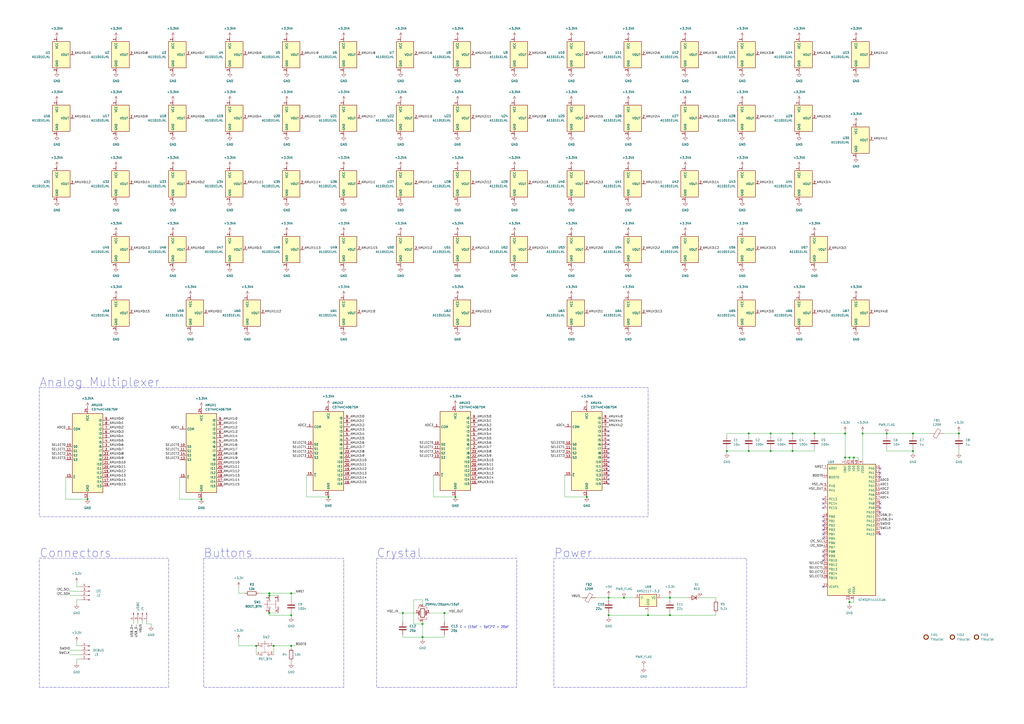
<source format=kicad_sch>
(kicad_sch (version 20230121) (generator eeschema)
  (paper "A2")
  (title_block (title "Macrolev") (date "2023-10-22") (rev "1.0") (company "Heiso"))
  (junction (at 514.35 251.46))
  (junction (at 375.92 356.87))
  (junction (at 492.76 265.43))
  (junction (at 168.91 344.17))
  (junction (at 490.22 265.43))
  (junction (at 434.34 251.46))
  (junction (at 257.81 355.6))
  (junction (at 50.8 289.56))
  (junction (at 245.11 361.95))
  (junction (at 361.95 346.71))
  (junction (at 264.16 288.29))
  (junction (at 190.5 288.29))
  (junction (at 459.74 251.46))
  (junction (at 472.44 251.46))
  (junction (at 245.11 369.57))
  (junction (at 156.21 344.17))
  (junction (at 459.74 261.62))
  (junction (at 421.64 261.62))
  (junction (at 556.26 251.46))
  (junction (at 148.59 374.65))
  (junction (at 500.38 251.46))
  (junction (at 168.91 374.65))
  (junction (at 388.62 356.87))
  (junction (at 340.36 288.29))
  (junction (at 353.06 346.71))
  (junction (at 447.04 251.46))
  (junction (at 233.68 355.6))
  (junction (at 492.76 349.25))
  (junction (at 168.91 356.87))
  (junction (at 529.59 261.62))
  (junction (at 495.3 265.43))
  (junction (at 353.06 356.87))
  (junction (at 434.34 261.62))
  (junction (at 156.21 345.44))
  (junction (at 447.04 261.62))
  (junction (at 158.75 374.65))
  (junction (at 116.84 289.56))
  (junction (at 388.62 346.71))
  (junction (at 156.21 355.6))
  (junction (at 529.59 251.46))
  (junction (at 490.22 251.46))
  (no_connect (at 353.06 257.81))
  (no_connect (at 510.54 292.1))
  (no_connect (at 510.54 297.18))
  (no_connect (at 477.52 325.12))
  (no_connect (at 477.52 320.04))
  (no_connect (at 477.52 307.34))
  (no_connect (at 353.06 278.13))
  (no_connect (at 477.52 294.64))
  (no_connect (at 477.52 304.8))
  (no_connect (at 353.06 265.43))
  (no_connect (at 353.06 270.51))
  (no_connect (at 477.52 299.72))
  (no_connect (at 477.52 322.58))
  (no_connect (at 510.54 309.88))
  (no_connect (at 477.52 340.36))
  (no_connect (at 477.52 289.56))
  (no_connect (at 477.52 312.42))
  (no_connect (at 510.54 271.78))
  (no_connect (at 353.06 280.67))
  (no_connect (at 353.06 255.27))
  (no_connect (at 477.52 309.88))
  (no_connect (at 510.54 294.64))
  (no_connect (at 477.52 292.1))
  (no_connect (at 353.06 250.19))
  (no_connect (at 477.52 302.26))
  (no_connect (at 353.06 262.89))
  (no_connect (at 353.06 260.35))
  (no_connect (at 353.06 273.05))
  (no_connect (at 353.06 267.97))
  (no_connect (at 510.54 274.32))
  (no_connect (at 510.54 276.86))
  (no_connect (at 353.06 275.59))
  (no_connect (at 353.06 252.73))
  (wire (pts (xy 245.11 360.68) (xy 245.11 361.95)))
  (wire (pts (xy 497.84 265.43) (xy 495.3 265.43)))
  (wire (pts (xy 245.11 350.52) (xy 245.11 347.98)))
  (wire (pts (xy 539.75 251.46) (xy 529.59 251.46)))
  (wire (pts (xy 556.26 250.19) (xy 556.26 251.46)))
  (wire (pts (xy 500.38 251.46) (xy 500.38 266.7)))
  (wire (pts (xy 388.62 346.71) (xy 388.62 347.98)))
  (wire (pts (xy 434.34 251.46) (xy 447.04 251.46)))
  (wire (pts (xy 434.34 260.35) (xy 434.34 261.62)))
  (wire (pts (xy 257.81 355.6) (xy 257.81 360.68)))
  (wire (pts (xy 257.81 369.57) (xy 257.81 368.3)))
  (wire (pts (xy 434.34 251.46) (xy 434.34 252.73)))
  (wire (pts (xy 44.45 382.27) (xy 44.45 384.81)))
  (wire (pts (xy 77.47 361.95) (xy 77.47 360.68)))
  (wire (pts (xy 406.4 346.71) (xy 415.29 346.71)))
  (wire (pts (xy 240.03 347.98) (xy 240.03 361.95)))
  (wire (pts (xy 44.45 347.98) (xy 44.45 350.52)))
  (wire (pts (xy 40.64 377.19) (xy 46.99 377.19)))
  (wire (pts (xy 529.59 251.46) (xy 529.59 252.73)))
  (wire (pts (xy 156.21 355.6) (xy 156.21 356.87)))
  (wire (pts (xy 415.29 355.6) (xy 415.29 356.87)))
  (wire (pts (xy 415.29 356.87) (xy 388.62 356.87)))
  (wire (pts (xy 233.68 369.57) (xy 245.11 369.57)))
  (wire (pts (xy 257.81 369.57) (xy 245.11 369.57)))
  (wire (pts (xy 345.44 346.71) (xy 353.06 346.71)))
  (wire (pts (xy 40.64 345.44) (xy 46.99 345.44)))
  (wire (pts (xy 447.04 251.46) (xy 447.04 252.73)))
  (wire (pts (xy 421.64 251.46) (xy 434.34 251.46)))
  (wire (pts (xy 353.06 346.71) (xy 361.95 346.71)))
  (wire (pts (xy 490.22 250.19) (xy 490.22 251.46)))
  (wire (pts (xy 156.21 355.6) (xy 161.29 355.6)))
  (wire (pts (xy 421.64 260.35) (xy 421.64 261.62)))
  (wire (pts (xy 168.91 374.65) (xy 171.45 374.65)))
  (wire (pts (xy 257.81 355.6) (xy 260.35 355.6)))
  (wire (pts (xy 529.59 261.62) (xy 529.59 262.89)))
  (wire (pts (xy 168.91 344.17) (xy 171.45 344.17)))
  (wire (pts (xy 472.44 260.35) (xy 472.44 261.62)))
  (wire (pts (xy 245.11 369.57) (xy 245.11 370.84)))
  (wire (pts (xy 459.74 261.62) (xy 447.04 261.62)))
  (wire (pts (xy 497.84 266.7) (xy 497.84 265.43)))
  (wire (pts (xy 492.76 265.43) (xy 490.22 265.43)))
  (wire (pts (xy 87.63 361.95) (xy 87.63 363.22)))
  (wire (pts (xy 383.54 346.71) (xy 388.62 346.71)))
  (wire (pts (xy 421.64 252.73) (xy 421.64 251.46)))
  (wire (pts (xy 233.68 355.6) (xy 233.68 360.68)))
  (wire (pts (xy 492.76 349.25) (xy 492.76 350.52)))
  (wire (pts (xy 529.59 260.35) (xy 529.59 261.62)))
  (wire (pts (xy 80.01 361.95) (xy 80.01 360.68)))
  (wire (pts (xy 85.09 361.95) (xy 87.63 361.95)))
  (wire (pts (xy 251.46 275.59) (xy 251.46 288.29)))
  (wire (pts (xy 156.21 344.17) (xy 156.21 345.44)))
  (wire (pts (xy 44.45 340.36) (xy 46.99 340.36)))
  (wire (pts (xy 495.3 265.43) (xy 495.3 266.7)))
  (wire (pts (xy 375.92 356.87) (xy 353.06 356.87)))
  (wire (pts (xy 148.59 374.65) (xy 148.59 379.73)))
  (wire (pts (xy 233.68 355.6) (xy 241.3 355.6)))
  (wire (pts (xy 177.8 288.29) (xy 190.5 288.29)))
  (wire (pts (xy 472.44 252.73) (xy 472.44 251.46)))
  (wire (pts (xy 514.35 251.46) (xy 500.38 251.46)))
  (wire (pts (xy 447.04 260.35) (xy 447.04 261.62)))
  (wire (pts (xy 500.38 251.46) (xy 500.38 250.19)))
  (wire (pts (xy 495.3 347.98) (xy 495.3 349.25)))
  (wire (pts (xy 138.43 344.17) (xy 142.24 344.17)))
  (wire (pts (xy 233.68 369.57) (xy 233.68 368.3)))
  (wire (pts (xy 251.46 288.29) (xy 264.16 288.29)))
  (wire (pts (xy 248.92 355.6) (xy 257.81 355.6)))
  (wire (pts (xy 472.44 261.62) (xy 459.74 261.62)))
  (wire (pts (xy 158.75 374.65) (xy 168.91 374.65)))
  (wire (pts (xy 353.06 346.71) (xy 353.06 347.98)))
  (wire (pts (xy 447.04 251.46) (xy 459.74 251.46)))
  (wire (pts (xy 459.74 260.35) (xy 459.74 261.62)))
  (wire (pts (xy 529.59 251.46) (xy 514.35 251.46)))
  (wire (pts (xy 85.09 361.95) (xy 85.09 360.68)))
  (wire (pts (xy 156.21 356.87) (xy 168.91 356.87)))
  (wire (pts (xy 514.35 260.35) (xy 514.35 261.62)))
  (wire (pts (xy 514.35 261.62) (xy 529.59 261.62)))
  (wire (pts (xy 556.26 251.46) (xy 556.26 252.73)))
  (wire (pts (xy 388.62 345.44) (xy 388.62 346.71)))
  (wire (pts (xy 353.06 345.44) (xy 353.06 346.71)))
  (wire (pts (xy 245.11 347.98) (xy 240.03 347.98)))
  (wire (pts (xy 492.76 347.98) (xy 492.76 349.25)))
  (wire (pts (xy 156.21 345.44) (xy 161.29 345.44)))
  (wire (pts (xy 44.45 372.11) (xy 44.45 374.65)))
  (wire (pts (xy 495.3 265.43) (xy 492.76 265.43)))
  (wire (pts (xy 388.62 346.71) (xy 398.78 346.71)))
  (wire (pts (xy 104.14 276.86) (xy 104.14 289.56)))
  (wire (pts (xy 459.74 252.73) (xy 459.74 251.46)))
  (wire (pts (xy 472.44 251.46) (xy 490.22 251.46)))
  (wire (pts (xy 353.06 356.87) (xy 353.06 358.14)))
  (wire (pts (xy 492.76 265.43) (xy 492.76 266.7)))
  (wire (pts (xy 245.11 361.95) (xy 245.11 369.57)))
  (wire (pts (xy 168.91 355.6) (xy 168.91 356.87)))
  (wire (pts (xy 556.26 260.35) (xy 556.26 262.89)))
  (wire (pts (xy 447.04 261.62) (xy 434.34 261.62)))
  (wire (pts (xy 40.64 342.9) (xy 46.99 342.9)))
  (wire (pts (xy 375.92 354.33) (xy 375.92 356.87)))
  (wire (pts (xy 327.66 288.29) (xy 340.36 288.29)))
  (wire (pts (xy 168.91 383.54) (xy 168.91 384.81)))
  (wire (pts (xy 336.55 346.71) (xy 337.82 346.71)))
  (wire (pts (xy 82.55 360.68) (xy 82.55 361.95)))
  (wire (pts (xy 168.91 358.14) (xy 168.91 356.87)))
  (wire (pts (xy 361.95 346.71) (xy 368.3 346.71)))
  (wire (pts (xy 38.1 289.56) (xy 50.8 289.56)))
  (wire (pts (xy 434.34 261.62) (xy 421.64 261.62)))
  (wire (pts (xy 375.92 356.87) (xy 388.62 356.87)))
  (wire (pts (xy 231.14 355.6) (xy 233.68 355.6)))
  (wire (pts (xy 514.35 251.46) (xy 514.35 252.73)))
  (wire (pts (xy 421.64 261.62) (xy 421.64 262.89)))
  (wire (pts (xy 327.66 275.59) (xy 327.66 288.29)))
  (wire (pts (xy 158.75 374.65) (xy 158.75 379.73)))
  (wire (pts (xy 138.43 340.36) (xy 138.43 344.17)))
  (wire (pts (xy 104.14 289.56) (xy 116.84 289.56)))
  (wire (pts (xy 46.99 347.98) (xy 44.45 347.98)))
  (wire (pts (xy 38.1 276.86) (xy 38.1 289.56)))
  (wire (pts (xy 490.22 251.46) (xy 490.22 265.43)))
  (wire (pts (xy 353.06 356.87) (xy 353.06 355.6)))
  (wire (pts (xy 490.22 265.43) (xy 490.22 266.7)))
  (wire (pts (xy 40.64 379.73) (xy 46.99 379.73)))
  (wire (pts (xy 495.3 349.25) (xy 492.76 349.25)))
  (wire (pts (xy 46.99 382.27) (xy 44.45 382.27)))
  (wire (pts (xy 156.21 344.17) (xy 168.91 344.17)))
  (wire (pts (xy 415.29 346.71) (xy 415.29 347.98)))
  (wire (pts (xy 149.86 344.17) (xy 156.21 344.17)))
  (wire (pts (xy 547.37 251.46) (xy 556.26 251.46)))
  (wire (pts (xy 373.38 386.08) (xy 373.38 387.35)))
  (wire (pts (xy 168.91 347.98) (xy 168.91 344.17)))
  (wire (pts (xy 138.43 374.65) (xy 148.59 374.65)))
  (wire (pts (xy 240.03 361.95) (xy 245.11 361.95)))
  (wire (pts (xy 388.62 356.87) (xy 388.62 355.6)))
  (wire (pts (xy 459.74 251.46) (xy 472.44 251.46)))
  (wire (pts (xy 177.8 275.59) (xy 177.8 288.29)))
  (wire (pts (xy 44.45 337.82) (xy 44.45 340.36)))
  (wire (pts (xy 138.43 370.84) (xy 138.43 374.65)))
  (wire (pts (xy 168.91 374.65) (xy 168.91 375.92)))
  (wire (pts (xy 44.45 374.65) (xy 46.99 374.65)))
  (rectangle (start 218.44 323.85) (end 299.72 398.78) (stroke (width 0) (type dash)))
  (rectangle (start 321.31 323.85) (end 433.07 398.78) (stroke (width 0) (type dash)))
  (rectangle (start 118.11 323.85) (end 199.39 398.78) (stroke (width 0) (type dash)))
  (rectangle (start 22.86 224.79) (end 375.92 299.72) (stroke (width 0) (type dash)))
  (rectangle (start 22.86 323.85) (end 97.79 398.78) (stroke (width 0) (type dash)))
  (text "Power" (at 321.31 323.85 0) (effects (font (size 5 5)) (justify left bottom)))
  (text "Buttons" (at 118.11 323.85 0) (effects (font (size 5 5)) (justify left bottom)))
  (text "C = (15pF - 5pF)*2 = 20pF" (at 266.7 364.49 0) (effects (font (size 1.27 1.27)) (justify left bottom)))
  (text "Crystal\n" (at 218.44 323.85 0) (effects (font (size 5 5)) (justify left bottom)))
  (text "Connectors" (at 22.86 323.85 0) (effects (font (size 5 5)) (justify left bottom)))
  (text "Analog Multiplexer" (at 22.86 224.79 0) (effects (font (size 5 5)) (justify left bottom)))
  (label "SELECT0" (at 327.66 257.81 180))
  (label "BOOT0" (at 477.52 276.86 180))
  (label "AMUX0:7" (at 110.49 31.75 0))
  (label "ADC4" (at 510.54 289.56 0))
  (label "AMUX0:10" (at 63.5 269.24 0))
  (label "AMUX2:1" (at 341.63 181.61 0))
  (label "ADC0" (at 510.54 279.4 0))
  (label "AMUX3:13" (at 374.65 181.61 0))
  (label "AMUX4:0" (at 506.73 181.61 0))
  (label "AMUX3:5" (at 276.86 255.27 0))
  (label "AMUX0:4" (at 63.5 254 0))
  (label "AMUX2:3" (at 341.63 106.68 0))
  (label "AMUX2:4" (at 203.2 252.73 0))
  (label "SELECT3" (at 477.52 335.28 180))
  (label "AMUX4:1" (at 506.73 81.28 0))
  (label "AMUX2:13" (at 275.59 181.61 0))
  (label "AMUX0:12" (at 63.5 274.32 0))
  (label "SELECT2" (at 477.52 332.74 180))
  (label "SELECT0" (at 104.14 259.08 180))
  (label "BOOT0" (at 171.45 374.65 0))
  (label "AMUX3:12" (at 276.86 273.05 0))
  (label "AMUX4:2" (at 506.73 31.75 0))
  (label "AMUX2:3" (at 203.2 250.19 0))
  (label "AMUX2:9" (at 203.2 265.43 0))
  (label "AMUX2:7" (at 341.63 31.75 0))
  (label "AMUX2:9" (at 308.61 31.75 0))
  (label "AMUX3:14" (at 407.67 106.68 0))
  (label "AMUX0:9" (at 77.47 68.58 0))
  (label "I2C_SCL" (at 477.52 314.96 180))
  (label "USB_D+" (at 510.54 302.26 0))
  (label "AMUX0:7" (at 63.5 261.62 0))
  (label "AMUX3:3" (at 482.6 144.78 0))
  (label "AMUX1:5" (at 129.54 256.54 0))
  (label "HSE_IN" (at 477.52 281.94 180))
  (label "AMUX3:14" (at 276.86 278.13 0))
  (label "AMUX3:6" (at 473.71 31.75 0))
  (label "AMUX1:8" (at 209.55 31.75 0))
  (label "AMUX0:8" (at 63.5 264.16 0))
  (label "AMUX1:7" (at 209.55 68.58 0))
  (label "AMUX0:13" (at 77.47 144.78 0))
  (label "AMUX1:15" (at 129.54 281.94 0))
  (label "AMUX2:12" (at 203.2 273.05 0))
  (label "AMUX1:0" (at 209.55 181.61 0))
  (label "AMUX2:11" (at 275.59 68.58 0))
  (label "AMUX2:15" (at 203.2 280.67 0))
  (label "AMUX3:8" (at 440.69 31.75 0))
  (label "AMUX0:14" (at 77.47 106.68 0))
  (label "AMUX1:9" (at 129.54 266.7 0))
  (label "ADC2" (at 510.54 284.48 0))
  (label "AMUX0:2" (at 110.49 106.68 0))
  (label "AMUX2:0" (at 203.2 242.57 0))
  (label "AMUX3:2" (at 276.86 247.65 0))
  (label "AMUX1:10" (at 176.53 68.58 0))
  (label "AMUX1:1" (at 129.54 246.38 0))
  (label "AMUX1:0" (at 129.54 243.84 0))
  (label "HSE_OUT" (at 477.52 284.48 180))
  (label "SELECT3" (at 104.14 266.7 180))
  (label "SWCLK" (at 510.54 307.34 0))
  (label "ADC1" (at 510.54 281.94 0))
  (label "AMUX1:14" (at 176.53 106.68 0))
  (label "AMUX2:6" (at 374.65 31.75 0))
  (label "ADC0" (at 38.1 248.92 180))
  (label "AMUX0:2" (at 63.5 248.92 0))
  (label "USB_D-" (at 80.01 361.95 270))
  (label "USB_D-" (at 510.54 299.72 0))
  (label "SELECT1" (at 251.46 260.35 180))
  (label "SWDIO" (at 510.54 304.8 0))
  (label "SELECT2" (at 251.46 262.89 180))
  (label "AMUX3:8" (at 276.86 262.89 0))
  (label "AMUX0:1" (at 120.65 181.61 0))
  (label "SELECT1" (at 177.8 260.35 180))
  (label "AMUX3:7" (at 440.69 68.58 0))
  (label "NRST" (at 171.45 344.17 0))
  (label "HSE_OUT" (at 260.35 355.6 0))
  (label "I2C_SDA" (at 477.52 317.5 180))
  (label "AMUX3:11" (at 374.65 106.68 0))
  (label "AMUX2:2" (at 374.65 144.78 0))
  (label "SELECT3" (at 327.66 265.43 180))
  (label "AMUX0:11" (at 43.18 68.58 0))
  (label "AMUX1:3" (at 129.54 251.46 0))
  (label "AMUX1:13" (at 176.53 144.78 0))
  (label "AMUX0:0" (at 63.5 243.84 0))
  (label "AMUX1:8" (at 129.54 264.16 0))
  (label "AMUX0:14" (at 63.5 279.4 0))
  (label "ADC3" (at 251.46 247.65 180))
  (label "SELECT1" (at 104.14 261.62 180))
  (label "AMUX2:14" (at 308.61 144.78 0))
  (label "SELECT3" (at 38.1 266.7 180))
  (label "SELECT0" (at 251.46 257.81 180))
  (label "AMUX3:11" (at 276.86 270.51 0))
  (label "I2C_SCL" (at 40.64 342.9 180))
  (label "AMUX3:4" (at 473.71 106.68 0))
  (label "AMUX2:2" (at 203.2 247.65 0))
  (label "AMUX2:13" (at 203.2 275.59 0))
  (label "SELECT0" (at 477.52 327.66 180))
  (label "AMUX0:6" (at 110.49 68.58 0))
  (label "AMUX0:11" (at 63.5 271.78 0))
  (label "AMUX3:9" (at 407.67 31.75 0))
  (label "AMUX1:7" (at 129.54 261.62 0))
  (label "AMUX1:9" (at 176.53 31.75 0))
  (label "AMUX3:15" (at 440.69 144.78 0))
  (label "AMUX2:5" (at 341.63 68.58 0))
  (label "AMUX0:4" (at 143.51 68.58 0))
  (label "AMUX1:1" (at 209.55 106.68 0))
  (label "SWDIO" (at 40.64 377.19 180))
  (label "AMUX3:7" (at 276.86 260.35 0))
  (label "AMUX1:14" (at 129.54 279.4 0))
  (label "AMUX3:10" (at 276.86 267.97 0))
  (label "AMUX1:4" (at 242.57 106.68 0))
  (label "AMUX1:13" (at 129.54 276.86 0))
  (label "AMUX0:15" (at 63.5 281.94 0))
  (label "AMUX1:6" (at 242.57 31.75 0))
  (label "USB_D+" (at 77.47 361.95 270))
  (label "AMUX4:1" (at 353.06 245.11 0))
  (label "AMUX3:3" (at 276.86 250.19 0))
  (label "VBUS" (at 82.55 361.95 270))
  (label "AMUX2:11" (at 203.2 270.51 0))
  (label "AMUX0:9" (at 63.5 266.7 0))
  (label "AMUX3:0" (at 440.69 181.61 0))
  (label "AMUX1:2" (at 129.54 248.92 0))
  (label "AMUX0:5" (at 63.5 256.54 0))
  (label "AMUX0:8" (at 77.47 31.75 0))
  (label "SWCLK" (at 40.64 379.73 180))
  (label "ADC2" (at 177.8 247.65 180))
  (label "AMUX0:10" (at 43.18 31.75 0))
  (label "AMUX2:15" (at 308.61 106.68 0))
  (label "HSE_IN" (at 231.14 355.6 180))
  (label "AMUX2:6" (at 203.2 257.81 0))
  (label "AMUX1:12" (at 129.54 274.32 0))
  (label "AMUX1:4" (at 129.54 254 0))
  (label "AMUX3:5" (at 473.71 68.58 0))
  (label "AMUX0:13" (at 63.5 276.86 0))
  (label "AMUX2:14" (at 203.2 278.13 0))
  (label "AMUX0:12" (at 43.18 106.68 0))
  (label "AMUX2:12" (at 275.59 106.68 0))
  (label "ADC4" (at 327.66 247.65 180))
  (label "AMUX0:15" (at 77.47 181.61 0))
  (label "AMUX1:11" (at 129.54 271.78 0))
  (label "AMUX3:6" (at 276.86 257.81 0))
  (label "AMUX0:3" (at 63.5 251.46 0))
  (label "SELECT3" (at 251.46 265.43 180))
  (label "ADC3" (at 510.54 287.02 0))
  (label "AMUX1:10" (at 129.54 269.24 0))
  (label "AMUX3:1" (at 276.86 245.11 0))
  (label "AMUX1:3" (at 275.59 144.78 0))
  (label "AMUX2:4" (at 374.65 68.58 0))
  (label "AMUX2:10" (at 203.2 267.97 0))
  (label "SELECT2" (at 177.8 262.89 180))
  (label "SELECT1" (at 327.66 260.35 180))
  (label "AMUX2:1" (at 203.2 245.11 0))
  (label "AMUX3:4" (at 276.86 252.73 0))
  (label "AMUX0:0" (at 110.49 144.78 0))
  (label "AMUX1:2" (at 242.57 144.78 0))
  (label "SELECT1" (at 38.1 261.62 180))
  (label "AMUX4:2" (at 353.06 247.65 0))
  (label "SELECT2" (at 104.14 264.16 180))
  (label "AMUX2:10" (at 275.59 31.75 0))
  (label "AMUX3:10" (at 407.67 68.58 0))
  (label "AMUX0:3" (at 143.51 144.78 0))
  (label "SELECT2" (at 38.1 264.16 180))
  (label "AMUX1:15" (at 209.55 144.78 0))
  (label "SELECT3" (at 177.8 265.43 180))
  (label "AMUX0:6" (at 63.5 259.08 0))
  (label "I2C_SDA" (at 40.64 345.44 180))
  (label "AMUX3:15" (at 276.86 280.67 0))
  (label "NRST" (at 477.52 271.78 180))
  (label "AMUX2:0" (at 341.63 144.78 0))
  (label "VBUS" (at 336.55 346.71 180))
  (label "AMUX1:12" (at 153.67 181.61 0))
  (label "SELECT2" (at 327.66 262.89 180))
  (label "AMUX3:0" (at 276.86 242.57 0))
  (label "AMUX0:5" (at 143.51 31.75 0))
  (label "AMUX4:0" (at 353.06 242.57 0))
  (label "AMUX1:5" (at 242.57 68.58 0))
  (label "SELECT1" (at 477.52 330.2 180))
  (label "AMUX1:11" (at 143.51 106.68 0))
  (label "AMUX2:7" (at 203.2 260.35 0))
  (label "AMUX1:6" (at 129.54 259.08 0))
  (label "AMUX2:5" (at 203.2 255.27 0))
  (label "AMUX2:8" (at 203.2 262.89 0))
  (label "SELECT0" (at 38.1 259.08 180))
  (label "SELECT0" (at 177.8 257.81 180))
  (label "AMUX3:13" (at 276.86 275.59 0))
  (label "AMUX3:2" (at 473.71 181.61 0))
  (label "ADC1" (at 104.14 248.92 180))
  (label "AMUX3:12" (at 407.67 144.78 0))
  (label "AMUX3:9" (at 276.86 265.43 0))
  (label "AMUX2:8" (at 308.61 68.58 0))
  (label "AMUX3:1" (at 440.69 106.68 0))
  (label "AMUX0:1" (at 63.5 246.38 0))
  (symbol (lib_id "Sensor_Magnetic:A1101ELHL") (at 334.01 68.58 0) (unit 1)
    (property "Reference" "U25" (at 327.66 67.3099 0) (effects (justify right)))
    (property "Value" "A1101ELHL" (at 327.66 69.8499 0) (effects (justify right)))
    (property "Footprint" "Lekker switch:SW_MX_Lekker_1u" (effects hide))
    (property "Datasheet" "https://www.allegromicro.com/-/media/files/datasheets/a110x-datasheet.ashx" (effects hide))
  )
  (symbol (lib_id "power:+3.3VA") (at 331.47 96.52 0) (unit 1)
    (property "Reference" "#PWR070" (effects hide))
    (property "Value" "+3.3VA" (at 331.47 91.44 0))
  )
  (symbol (lib_id "power:+3.3VA") (at 232.41 21.59 0) (unit 1)
    (property "Reference" "#PWR07" (effects hide))
    (property "Value" "+3.3VA" (at 232.41 16.51 0))
  )
  (symbol (lib_id "power:GND") (at 166.37 78.74 0) (unit 1)
    (property "Reference" "#PWR050" (effects hide))
    (property "Value" "GND" (at 166.37 83.82 0))
  )
  (symbol (lib_id "power:GND") (at 133.35 154.94 0) (unit 1)
    (property "Reference" "#PWR0104" (effects hide))
    (property "Value" "GND" (at 133.35 160.02 0))
  )
  (symbol (lib_id "Device:C") (at 529.59 256.54 0) (unit 1)
    (property "Reference" "C7" (at 533.4 255.27 0) (effects (justify left)))
    (property "Value" "1u" (at 533.4 257.81 0) (effects (justify left)))
    (property "Footprint" "Capacitor_SMD:C_0402_1005Metric_Pad0.74x0.62mm_HandSolder" (effects hide))
  )
  (symbol (lib_id "power:GND") (at 44.45 350.52 0) (unit 1)
    (property "Reference" "#PWR0166" (effects hide))
    (property "Value" "GND" (at 44.45 355.6 0))
  )
  (symbol (lib_id "power:+3.3V") (at 44.45 372.11 0) (unit 1)
    (property "Reference" "#PWR0159" (effects hide))
    (property "Value" "+3.3V" (at 44.45 367.03 0))
  )
  (symbol (lib_id "power:GND") (at 245.11 370.84 0) (unit 1)
    (property "Reference" "#PWR0164" (effects hide))
    (property "Value" "GND" (at 245.11 375.92 0))
  )
  (symbol (lib_id "74xx:CD74HC4067SM") (at 190.5 260.35 0) (unit 1)
    (property "Reference" "AMUX2" (at 192.6941 233.68 0) (effects (justify left)))
    (property "Value" "CD74HC4067SM" (at 192.6941 236.22 0) (effects (justify left)))
    (property "Footprint" "Package_SO:SSOP-24_5.3x8.2mm_P0.65mm" (effects hide))
    (property "Datasheet" "http://www.ti.com/lit/ds/symlink/cd74hc4067.pdf" (effects hide))
    (property "LCSC" "C98457" (effects hide))
  )
  (symbol (lib_id "power:+3.3VA") (at 33.02 96.52 0) (unit 1)
    (property "Reference" "#PWR061" (effects hide))
    (property "Value" "+3.3VA" (at 33.02 91.44 0))
  )
  (symbol (lib_id "Sensor_Magnetic:A1101ELHL") (at 234.95 106.68 0) (unit 1)
    (property "Reference" "U37" (at 228.6 105.4099 0) (effects (justify right)))
    (property "Value" "A1101ELHL" (at 228.6 107.9499 0) (effects (justify right)))
    (property "Footprint" "Lekker switch:SW_MX_Lekker_1u" (effects hide))
    (property "Datasheet" "https://www.allegromicro.com/-/media/files/datasheets/a110x-datasheet.ashx" (effects hide))
  )
  (symbol (lib_id "Sensor_Magnetic:A1101ELHL") (at 135.89 68.58 0) (unit 1)
    (property "Reference" "U19" (at 129.54 67.3099 0) (effects (justify right)))
    (property "Value" "A1101ELHL" (at 129.54 69.8499 0) (effects (justify right)))
    (property "Footprint" "Lekker switch:SW_MX_Lekker_1u" (effects hide))
    (property "Datasheet" "https://www.allegromicro.com/-/media/files/datasheets/a110x-datasheet.ashx" (effects hide))
  )
  (symbol (lib_id "Sensor_Magnetic:A1101ELHL") (at 168.91 144.78 0) (unit 1)
    (property "Reference" "U48" (at 162.56 143.5099 0) (effects (justify right)))
    (property "Value" "A1101ELHL" (at 162.56 146.0499 0) (effects (justify right)))
    (property "Footprint" "Lekker switch:SW_MX_Lekker_1u" (effects hide))
    (property "Datasheet" "https://www.allegromicro.com/-/media/files/datasheets/a110x-datasheet.ashx" (effects hide))
  )
  (symbol (lib_id "Sensor_Magnetic:A1101ELHL") (at 135.89 106.68 0) (unit 1)
    (property "Reference" "U34" (at 129.54 105.4099 0) (effects (justify right)))
    (property "Value" "A1101ELHL" (at 129.54 107.9499 0) (effects (justify right)))
    (property "Footprint" "Lekker switch:SW_MX_Lekker_1u" (effects hide))
    (property "Datasheet" "https://www.allegromicro.com/-/media/files/datasheets/a110x-datasheet.ashx" (effects hide))
  )
  (symbol (lib_id "Sensor_Magnetic:A1101ELHL") (at 102.87 68.58 0) (unit 1)
    (property "Reference" "U18" (at 96.52 67.3099 0) (effects (justify right)))
    (property "Value" "A1101ELHL" (at 96.52 69.8499 0) (effects (justify right)))
    (property "Footprint" "Lekker switch:SW_MX_Lekker_1u" (effects hide))
    (property "Datasheet" "https://www.allegromicro.com/-/media/files/datasheets/a110x-datasheet.ashx" (effects hide))
  )
  (symbol (lib_id "power:+3.3VA") (at 166.37 21.59 0) (unit 1)
    (property "Reference" "#PWR05" (effects hide))
    (property "Value" "+3.3VA" (at 166.37 16.51 0))
  )
  (symbol (lib_id "power:GND") (at 298.45 41.91 0) (unit 1)
    (property "Reference" "#PWR024" (effects hide))
    (property "Value" "GND" (at 298.45 46.99 0))
  )
  (symbol (lib_id "Sensor_Magnetic:A1101ELHL") (at 433.07 144.78 0) (unit 1)
    (property "Reference" "U56" (at 426.72 143.5099 0) (effects (justify right)))
    (property "Value" "A1101ELHL" (at 426.72 146.0499 0) (effects (justify right)))
    (property "Footprint" "Lekker switch:SW_MX_Lekker_1u" (effects hide))
    (property "Datasheet" "https://www.allegromicro.com/-/media/files/datasheets/a110x-datasheet.ashx" (effects hide))
  )
  (symbol (lib_id "power:+3.3VA") (at 166.37 58.42 0) (unit 1)
    (property "Reference" "#PWR035" (effects hide))
    (property "Value" "+3.3VA" (at 166.37 53.34 0))
  )
  (symbol (lib_id "power:GND") (at 67.31 78.74 0) (unit 1)
    (property "Reference" "#PWR047" (effects hide))
    (property "Value" "GND" (at 67.31 83.82 0))
  )
  (symbol (lib_id "power:+3.3VA") (at 298.45 21.59 0) (unit 1)
    (property "Reference" "#PWR09" (effects hide))
    (property "Value" "+3.3VA" (at 298.45 16.51 0))
  )
  (symbol (lib_id "power:GND") (at 529.59 262.89 0) (unit 1)
    (property "Reference" "#PWR0151" (effects hide))
    (property "Value" "GND" (at 529.59 267.97 0))
  )
  (symbol (lib_id "power:+3.3V") (at 138.43 340.36 0) (unit 1)
    (property "Reference" "#PWR0153" (effects hide))
    (property "Value" "+3.3V" (at 138.43 335.28 0))
  )
  (symbol (lib_id "power:GND") (at 492.76 350.52 0) (unit 1)
    (property "Reference" "#PWR0119" (effects hide))
    (property "Value" "GND" (at 492.76 355.6 0))
  )
  (symbol (lib_id "power:GND") (at 496.57 41.91 0) (unit 1)
    (property "Reference" "#PWR030" (effects hide))
    (property "Value" "GND" (at 496.57 46.99 0))
  )
  (symbol (lib_id "MCU_ST_STM32F4:STM32F411CEUx") (at 492.76 307.34 0) (unit 1)
    (property "Reference" "U69" (at 480.06 267.97 0) (effects (justify left)))
    (property "Value" "STM32F411CEU6" (at 497.84 347.98 0) (effects (justify left)))
    (property "Footprint" "Package_DFN_QFN:QFN-48-1EP_7x7mm_P0.5mm_EP5.6x5.6mm" (effects hide))
    (property "Datasheet" "https://www.st.com/resource/en/datasheet/stm32f411ce.pdf" (effects hide))
  )
  (symbol (lib_id "power:+3.3VA") (at 397.51 134.62 0) (unit 1)
    (property "Reference" "#PWR099" (effects hide))
    (property "Value" "+3.3VA" (at 397.51 129.54 0))
  )
  (symbol (lib_id "power:GND") (at 100.33 78.74 0) (unit 1)
    (property "Reference" "#PWR048" (effects hide))
    (property "Value" "GND" (at 100.33 83.82 0))
  )
  (symbol (lib_id "power:+3.3VA") (at 33.02 21.59 0) (unit 1)
    (property "Reference" "#PWR01" (effects hide))
    (property "Value" "+3.3VA" (at 33.02 16.51 0))
  )
  (symbol (lib_id "Sensor_Magnetic:A1101ELHL") (at 102.87 31.75 0) (unit 1)
    (property "Reference" "U3" (at 96.52 30.4799 0) (effects (justify right)))
    (property "Value" "A1101ELHL" (at 96.52 33.0199 0) (effects (justify right)))
    (property "Footprint" "Lekker switch:SW_MX_Lekker_1u" (effects hide))
    (property "Datasheet" "https://www.allegromicro.com/-/media/files/datasheets/a110x-datasheet.ashx" (effects hide))
  )
  (symbol (lib_id "power:+3.3VA") (at 265.43 96.52 0) (unit 1)
    (property "Reference" "#PWR068" (effects hide))
    (property "Value" "+3.3VA" (at 265.43 91.44 0))
  )
  (symbol (lib_id "power:GND") (at 430.53 154.94 0) (unit 1)
    (property "Reference" "#PWR0113" (effects hide))
    (property "Value" "GND" (at 430.53 160.02 0))
  )
  (symbol (lib_id "Sensor_Magnetic:A1101ELHL") (at 499.11 81.28 0) (unit 1)
    (property "Reference" "U30" (at 492.76 80.0099 0) (effects (justify right)))
    (property "Value" "A1101ELHL" (at 492.76 82.5499 0) (effects (justify right)))
    (property "Footprint" "Lekker switch:SW_MX_Lekker" (effects hide))
    (property "Datasheet" "https://www.allegromicro.com/-/media/files/datasheets/a110x-datasheet.ashx" (effects hide))
  )
  (symbol (lib_id "Sensor_Magnetic:A1101ELHL") (at 69.85 31.75 0) (unit 1)
    (property "Reference" "U2" (at 63.5 30.4799 0) (effects (justify right)))
    (property "Value" "A1101ELHL" (at 63.5 33.0199 0) (effects (justify right)))
    (property "Footprint" "Lekker switch:SW_MX_Lekker_1u" (effects hide))
    (property "Datasheet" "https://www.allegromicro.com/-/media/files/datasheets/a110x-datasheet.ashx" (effects hide))
  )
  (symbol (lib_id "Sensor_Magnetic:A1101ELHL") (at 400.05 31.75 0) (unit 1)
    (property "Reference" "U12" (at 393.7 30.4799 0) (effects (justify right)))
    (property "Value" "A1101ELHL" (at 393.7 33.0199 0) (effects (justify right)))
    (property "Footprint" "Lekker switch:SW_MX_Lekker_1u" (effects hide))
    (property "Datasheet" "https://www.allegromicro.com/-/media/files/datasheets/a110x-datasheet.ashx" (effects hide))
  )
  (symbol (lib_id "power:+3.3VA") (at 430.53 96.52 0) (unit 1)
    (property "Reference" "#PWR073" (effects hide))
    (property "Value" "+3.3VA" (at 430.53 91.44 0))
  )
  (symbol (lib_id "power:+3.3VA") (at 199.39 134.62 0) (unit 1)
    (property "Reference" "#PWR093" (effects hide))
    (property "Value" "+3.3VA" (at 199.39 129.54 0))
  )
  (symbol (lib_id "power:GND") (at 397.51 116.84 0) (unit 1)
    (property "Reference" "#PWR086" (effects hide))
    (property "Value" "GND" (at 397.51 121.92 0))
  )
  (symbol (lib_id "Mechanical:Fiducial") (at 537.21 369.57 0) (unit 1)
    (property "Reference" "FID1" (at 539.75 368.3 0) (effects (justify left)))
    (property "Value" "Fiducial" (at 539.75 370.84 0) (effects (justify left)))
    (property "Footprint" "Fiducial:Fiducial_1mm_Mask3mm" (effects hide))
  )
  (symbol (lib_id "power:GND") (at 33.02 116.84 0) (unit 1)
    (property "Reference" "#PWR075" (effects hide))
    (property "Value" "GND" (at 33.02 121.92 0))
  )
  (symbol (lib_id "power:+3.3VA") (at 472.44 134.62 0) (unit 1)
    (property "Reference" "#PWR0101" (effects hide))
    (property "Value" "+3.3VA" (at 472.44 129.54 0))
  )
  (symbol (lib_id "power:GND") (at 166.37 41.91 0) (unit 1)
    (property "Reference" "#PWR020" (effects hide))
    (property "Value" "GND" (at 166.37 46.99 0))
  )
  (symbol (lib_id "power:GND") (at 331.47 191.77 0) (unit 1)
    (property "Reference" "#PWR0132" (effects hide))
    (property "Value" "GND" (at 331.47 196.85 0))
  )
  (symbol (lib_id "power:GND") (at 397.51 154.94 0) (unit 1)
    (property "Reference" "#PWR0112" (effects hide))
    (property "Value" "GND" (at 397.51 160.02 0))
  )
  (symbol (lib_id "power:+3.3VA") (at 110.49 171.45 0) (unit 1)
    (property "Reference" "#PWR0116" (effects hide))
    (property "Value" "+3.3VA" (at 110.49 166.37 0))
  )
  (symbol (lib_id "power:+3.3VA") (at 265.43 58.42 0) (unit 1)
    (property "Reference" "#PWR038" (effects hide))
    (property "Value" "+3.3VA" (at 265.43 53.34 0))
  )
  (symbol (lib_id "Device:FerriteBead") (at 341.63 346.71 90) (unit 1)
    (property "Reference" "FB2" (at 341.5792 339.09 90))
    (property "Value" "120R" (at 341.5792 341.63 90))
    (property "Footprint" "Inductor_SMD:L_0603_1608Metric_Pad1.05x0.95mm_HandSolder" (effects hide))
  )
  (symbol (lib_id "power:GND") (at 133.35 78.74 0) (unit 1)
    (property "Reference" "#PWR049" (effects hide))
    (property "Value" "GND" (at 133.35 83.82 0))
  )
  (symbol (lib_id "Device:C") (at 353.06 351.79 0) (unit 1)
    (property "Reference" "C10" (at 346.71 350.52 0) (effects (justify left)))
    (property "Value" "22u" (at 345.44 353.06 0) (effects (justify left)))
    (property "Footprint" "Capacitor_SMD:C_0805_2012Metric_Pad1.18x1.45mm_HandSolder" (effects hide))
  )
  (symbol (lib_id "Sensor_Magnetic:A1101ELHL") (at 400.05 106.68 0) (unit 1)
    (property "Reference" "U42" (at 393.7 105.4099 0) (effects (justify right)))
    (property "Value" "A1101ELHL" (at 393.7 107.9499 0) (effects (justify right)))
    (property "Footprint" "Lekker switch:SW_MX_Lekker_1u" (effects hide))
    (property "Datasheet" "https://www.allegromicro.com/-/media/files/datasheets/a110x-datasheet.ashx" (effects hide))
  )
  (symbol (lib_id "power:GND") (at 430.53 191.77 0) (unit 1)
    (property "Reference" "#PWR0134" (effects hide))
    (property "Value" "GND" (at 430.53 196.85 0))
  )
  (symbol (lib_id "power:PWR_FLAG") (at 373.38 386.08 0) (unit 1)
    (property "Reference" "#FLG01" (effects hide))
    (property "Value" "PWR_FLAG" (at 373.38 381 0))
  )
  (symbol (lib_id "Sensor_Magnetic:A1101ELHL") (at 267.97 181.61 0) (unit 1)
    (property "Reference" "U62" (at 261.62 180.34 0) (effects (justify right)))
    (property "Value" "A1101ELHL" (at 261.62 182.88 0) (effects (justify right)))
    (property "Footprint" "Lekker switch:SW_MX_Lekker" (effects hide))
    (property "Datasheet" "https://www.allegromicro.com/-/media/files/datasheets/a110x-datasheet.ashx" (effects hide))
  )
  (symbol (lib_id "power:+3.3VA") (at 430.53 134.62 0) (unit 1)
    (property "Reference" "#PWR0100" (effects hide))
    (property "Value" "+3.3VA" (at 430.53 129.54 0))
  )
  (symbol (lib_id "power:+3.3VA") (at 340.36 234.95 0) (unit 1)
    (property "Reference" "#PWR0145" (effects hide))
    (property "Value" "+3.3VA" (at 340.36 229.87 0))
  )
  (symbol (lib_id "Sensor_Magnetic:A1101ELHL") (at 334.01 31.75 0) (unit 1)
    (property "Reference" "U10" (at 327.66 30.4799 0) (effects (justify right)))
    (property "Value" "A1101ELHL" (at 327.66 33.0199 0) (effects (justify right)))
    (property "Footprint" "Lekker switch:SW_MX_Lekker_1u" (effects hide))
    (property "Datasheet" "https://www.allegromicro.com/-/media/files/datasheets/a110x-datasheet.ashx" (effects hide))
  )
  (symbol (lib_id "power:GND") (at 166.37 116.84 0) (unit 1)
    (property "Reference" "#PWR079" (effects hide))
    (property "Value" "GND" (at 166.37 121.92 0))
  )
  (symbol (lib_id "Sensor_Magnetic:A1101ELHL") (at 466.09 181.61 0) (unit 1)
    (property "Reference" "U66" (at 459.74 180.34 0) (effects (justify right)))
    (property "Value" "A1101ELHL" (at 459.74 182.88 0) (effects (justify right)))
    (property "Footprint" "Lekker switch:SW_MX_Lekker_1u" (effects hide))
    (property "Datasheet" "https://www.allegromicro.com/-/media/files/datasheets/a110x-datasheet.ashx" (effects hide))
  )
  (symbol (lib_id "power:GND") (at 110.49 191.77 0) (unit 1)
    (property "Reference" "#PWR0127" (effects hide))
    (property "Value" "GND" (at 110.49 196.85 0))
  )
  (symbol (lib_id "Device:C") (at 556.26 256.54 0) (unit 1)
    (property "Reference" "C8" (at 560.07 255.27 0) (effects (justify left)))
    (property "Value" "1u" (at 560.07 257.81 0) (effects (justify left)))
    (property "Footprint" "Capacitor_SMD:C_0402_1005Metric_Pad0.74x0.62mm_HandSolder" (effects hide))
  )
  (symbol (lib_id "power:+3.3VA") (at 100.33 96.52 0) (unit 1)
    (property "Reference" "#PWR063" (effects hide))
    (property "Value" "+3.3VA" (at 100.33 91.44 0))
  )
  (symbol (lib_id "power:+3.3VA") (at 430.53 171.45 0) (unit 1)
    (property "Reference" "#PWR0123" (effects hide))
    (property "Value" "+3.3VA" (at 430.53 166.37 0))
  )
  (symbol (lib_id "power:GND") (at 353.06 358.14 0) (unit 1)
    (property "Reference" "#PWR0162" (effects hide))
    (property "Value" "GND" (at 353.06 363.22 0))
  )
  (symbol (lib_id "power:+3.3VA") (at 166.37 134.62 0) (unit 1)
    (property "Reference" "#PWR092" (effects hide))
    (property "Value" "+3.3VA" (at 166.37 129.54 0))
  )
  (symbol (lib_id "power:+3.3VA") (at 364.49 96.52 0) (unit 1)
    (property "Reference" "#PWR071" (effects hide))
    (property "Value" "+3.3VA" (at 364.49 91.44 0))
  )
  (symbol (lib_id "Sensor_Magnetic:A1101ELHL") (at 267.97 106.68 0) (unit 1)
    (property "Reference" "U38" (at 261.62 105.4099 0) (effects (justify right)))
    (property "Value" "A1101ELHL" (at 261.62 107.9499 0) (effects (justify right)))
    (property "Footprint" "Lekker switch:SW_MX_Lekker_1u" (effects hide))
    (property "Datasheet" "https://www.allegromicro.com/-/media/files/datasheets/a110x-datasheet.ashx" (effects hide))
  )
  (symbol (lib_id "Sensor_Magnetic:A1101ELHL") (at 367.03 181.61 0) (unit 1)
    (property "Reference" "U64" (at 360.68 180.34 0) (effects (justify right)))
    (property "Value" "A1101ELHL" (at 360.68 182.88 0) (effects (justify right)))
    (property "Footprint" "Lekker switch:SW_MX_Lekker_1u" (effects hide))
    (property "Datasheet" "https://www.allegromicro.com/-/media/files/datasheets/a110x-datasheet.ashx" (effects hide))
  )
  (symbol (lib_id "Mechanical:Fiducial") (at 552.45 369.57 0) (unit 1)
    (property "Reference" "FID2" (at 554.99 368.3 0) (effects (justify left)))
    (property "Value" "Fiducial" (at 554.99 370.84 0) (effects (justify left)))
    (property "Footprint" "Fiducial:Fiducial_1mm_Mask3mm" (effects hide))
  )
  (symbol (lib_id "Sensor_Magnetic:A1101ELHL") (at 69.85 106.68 0) (unit 1)
    (property "Reference" "U32" (at 63.5 105.4099 0) (effects (justify right)))
    (property "Value" "A1101ELHL" (at 63.5 107.9499 0) (effects (justify right)))
    (property "Footprint" "Lekker switch:SW_MX_Lekker_1.75u" (effects hide))
    (property "Datasheet" "https://www.allegromicro.com/-/media/files/datasheets/a110x-datasheet.ashx" (effects hide))
  )
  (symbol (lib_id "power:GND") (at 168.91 358.14 0) (unit 1)
    (property "Reference" "#PWR0152" (effects hide))
    (property "Value" "GND" (at 168.91 363.22 0))
  )
  (symbol (lib_id "Device:C") (at 168.91 351.79 0) (unit 1)
    (property "Reference" "C9" (at 172.72 350.52 0) (effects (justify left)))
    (property "Value" "100n" (at 172.72 353.06 0) (effects (justify left)))
    (property "Footprint" "Capacitor_SMD:C_0402_1005Metric_Pad0.74x0.62mm_HandSolder" (effects hide))
  )
  (symbol (lib_id "power:GND") (at 232.41 116.84 0) (unit 1)
    (property "Reference" "#PWR081" (effects hide))
    (property "Value" "GND" (at 232.41 121.92 0))
  )
  (symbol (lib_id "power:GND") (at 133.35 41.91 0) (unit 1)
    (property "Reference" "#PWR019" (effects hide))
    (property "Value" "GND" (at 133.35 46.99 0))
  )
  (symbol (lib_id "Device:C") (at 233.68 364.49 0) (unit 1)
    (property "Reference" "C12" (at 237.49 363.22 0) (effects (justify left)))
    (property "Value" "20p" (at 237.49 365.76 0) (effects (justify left)))
    (property "Footprint" "Capacitor_SMD:C_0402_1005Metric_Pad0.74x0.62mm_HandSolder" (effects hide))
  )
  (symbol (lib_id "power:+3.3VA") (at 133.35 58.42 0) (unit 1)
    (property "Reference" "#PWR034" (effects hide))
    (property "Value" "+3.3VA" (at 133.35 53.34 0))
  )
  (symbol (lib_id "power:GND") (at 67.31 154.94 0) (unit 1)
    (property "Reference" "#PWR0102" (effects hide))
    (property "Value" "GND" (at 67.31 160.02 0))
  )
  (symbol (lib_id "power:+3.3VA") (at 33.02 58.42 0) (unit 1)
    (property "Reference" "#PWR031" (effects hide))
    (property "Value" "+3.3VA" (at 33.02 53.34 0))
  )
  (symbol (lib_id "power:GND") (at 199.39 191.77 0) (unit 1)
    (property "Reference" "#PWR0129" (effects hide))
    (property "Value" "GND" (at 199.39 196.85 0))
  )
  (symbol (lib_id "power:GND") (at 190.5 288.29 0) (unit 1)
    (property "Reference" "#PWR0142" (effects hide))
    (property "Value" "GND" (at 190.5 293.37 0))
  )
  (symbol (lib_id "Device:LED") (at 402.59 346.71 180) (unit 1)
    (property "Reference" "D1" (at 404.1775 339.09 0))
    (property "Value" "RED" (at 404.1775 341.63 0))
    (property "Footprint" "LED_SMD:LED_0603_1608Metric_Pad1.05x0.95mm_HandSolder" (effects hide))
  )
  (symbol (lib_id "Mechanical:Fiducial") (at 566.42 369.57 0) (unit 1)
    (property "Reference" "FID3" (at 568.96 368.3 0) (effects (justify left)))
    (property "Value" "Fiducial" (at 568.96 370.84 0) (effects (justify left)))
    (property "Footprint" "Fiducial:Fiducial_1mm_Mask3mm" (effects hide))
  )
  (symbol (lib_id "power:+3.3VA") (at 67.31 134.62 0) (unit 1)
    (property "Reference" "#PWR089" (effects hide))
    (property "Value" "+3.3VA" (at 67.31 129.54 0))
  )
  (symbol (lib_id "Sensor_Magnetic:A1101ELHL") (at 367.03 31.75 0) (unit 1)
    (property "Reference" "U11" (at 360.68 30.4799 0) (effects (justify right)))
    (property "Value" "A1101ELHL" (at 360.68 33.0199 0) (effects (justify right)))
    (property "Footprint" "Lekker switch:SW_MX_Lekker_1u" (effects hide))
    (property "Datasheet" "https://www.allegromicro.com/-/media/files/datasheets/a110x-datasheet.ashx" (effects hide))
  )
  (symbol (lib_id "power:+3.3VA") (at 331.47 21.59 0) (unit 1)
    (property "Reference" "#PWR010" (effects hide))
    (property "Value" "+3.3VA" (at 331.47 16.51 0))
  )
  (symbol (lib_id "power:GND") (at 364.49 78.74 0) (unit 1)
    (property "Reference" "#PWR056" (effects hide))
    (property "Value" "GND" (at 364.49 83.82 0))
  )
  (symbol (lib_id "Sensor_Magnetic:A1101ELHL") (at 400.05 144.78 0) (unit 1)
    (property "Reference" "U55" (at 393.7 143.5099 0) (effects (justify right)))
    (property "Value" "A1101ELHL" (at 393.7 146.0499 0) (effects (justify right)))
    (property "Footprint" "Lekker switch:SW_MX_Lekker_1u" (effects hide))
    (property "Datasheet" "https://www.allegromicro.com/-/media/files/datasheets/a110x-datasheet.ashx" (effects hide))
  )
  (symbol (lib_id "power:+3.3VA") (at 265.43 21.59 0) (unit 1)
    (property "Reference" "#PWR08" (effects hide))
    (property "Value" "+3.3VA" (at 265.43 16.51 0))
  )
  (symbol (lib_id "Sensor_Magnetic:A1101ELHL") (at 267.97 68.58 0) (unit 1)
    (property "Reference" "U23" (at 261.62 67.3099 0) (effects (justify right)))
    (property "Value" "A1101ELHL" (at 261.62 69.8499 0) (effects (justify right)))
    (property "Footprint" "Lekker switch:SW_MX_Lekker_1u" (effects hide))
    (property "Datasheet" "https://www.allegromicro.com/-/media/files/datasheets/a110x-datasheet.ashx" (effects hide))
  )
  (symbol (lib_id "power:GND") (at 33.02 78.74 0) (unit 1)
    (property "Reference" "#PWR046" (effects hide))
    (property "Value" "GND" (at 33.02 83.82 0))
  )
  (symbol (lib_id "power:GND") (at 67.31 191.77 0) (unit 1)
    (property "Reference" "#PWR0126" (effects hide))
    (property "Value" "GND" (at 67.31 196.85 0))
  )
  (symbol (lib_id "power:+3.3VA") (at 67.31 58.42 0) (unit 1)
    (property "Reference" "#PWR032" (effects hide))
    (property "Value" "+3.3VA" (at 67.31 53.34 0))
  )
  (symbol (lib_id "power:PWR_FLAG") (at 514.35 251.46 0) (unit 1)
    (property "Reference" "#FLG03" (effects hide))
    (property "Value" "PWR_FLAG" (at 514.35 246.38 0))
  )
  (symbol (lib_id "74xx:CD74HC4067SM") (at 340.36 260.35 0) (unit 1)
    (property "Reference" "AMUX4" (at 342.5541 233.68 0) (effects (justify left)))
    (property "Value" "CD74HC4067SM" (at 342.5541 236.22 0) (effects (justify left)))
    (property "Footprint" "Package_SO:SSOP-24_5.3x8.2mm_P0.65mm" (effects hide))
    (property "Datasheet" "http://www.ti.com/lit/ds/symlink/cd74hc4067.pdf" (effects hide))
    (property "LCSC" "C98457" (effects hide))
  )
  (symbol (lib_id "Sensor_Magnetic:A1101ELHL") (at 168.91 68.58 0) (unit 1)
    (property "Reference" "U20" (at 162.56 67.3099 0) (effects (justify right)))
    (property "Value" "A1101ELHL" (at 162.56 69.8499 0) (effects (justify right)))
    (property "Footprint" "Lekker switch:SW_MX_Lekker_1u" (effects hide))
    (property "Datasheet" "https://www.allegromicro.com/-/media/files/datasheets/a110x-datasheet.ashx" (effects hide))
  )
  (symbol (lib_id "power:PWR_FLAG") (at 361.95 346.71 0) (unit 1)
    (property "Reference" "#FLG02" (effects hide))
    (property "Value" "PWR_FLAG" (at 361.95 341.63 0))
  )
  (symbol (lib_id "power:+3.3VA") (at 265.43 171.45 0) (unit 1)
    (property "Reference" "#PWR0120" (effects hide))
    (property "Value" "+3.3VA" (at 265.43 166.37 0))
  )
  (symbol (lib_id "Switch:SW_Push_Dual") (at 153.67 374.65 0) (mirror y) (unit 1)
    (property "Reference" "SW2" (at 152.4 369.57 0) (effects (justify right)))
    (property "Value" "RST_BTN" (at 149.86 382.27 0) (effects (justify right)))
    (property "Footprint" "switch:SKRPACE010" (effects hide))
    (property "JLCPCB part " "C139797" (effects hide))
  )
  (symbol (lib_id "Device:C") (at 459.74 256.54 0) (unit 1)
    (property "Reference" "C4" (at 463.55 255.27 0) (effects (justify left)))
    (property "Value" "100n" (at 463.55 257.81 0) (effects (justify left)))
    (property "Footprint" "Capacitor_SMD:C_0402_1005Metric_Pad0.74x0.62mm_HandSolder" (effects hide))
  )
  (symbol (lib_id "power:GND") (at 430.53 116.84 0) (unit 1)
    (property "Reference" "#PWR087" (effects hide))
    (property "Value" "GND" (at 430.53 121.92 0))
  )
  (symbol (lib_id "power:GND") (at 556.26 262.89 0) (unit 1)
    (property "Reference" "#PWR0150" (effects hide))
    (property "Value" "GND" (at 556.26 267.97 0))
  )
  (symbol (lib_id "power:GND") (at 340.36 288.29 0) (unit 1)
    (property "Reference" "#PWR0146" (effects hide))
    (property "Value" "GND" (at 340.36 293.37 0))
  )
  (symbol (lib_id "power:GND") (at 100.33 41.91 0) (unit 1)
    (property "Reference" "#PWR018" (effects hide))
    (property "Value" "GND" (at 100.33 46.99 0))
  )
  (symbol (lib_id "Sensor_Magnetic:A1101ELHL") (at 300.99 68.58 0) (unit 1)
    (property "Reference" "U24" (at 294.64 67.3099 0) (effects (justify right)))
    (property "Value" "A1101ELHL" (at 294.64 69.8499 0) (effects (justify right)))
    (property "Footprint" "Lekker switch:SW_MX_Lekker_1u" (effects hide))
    (property "Datasheet" "https://www.allegromicro.com/-/media/files/datasheets/a110x-datasheet.ashx" (effects hide))
  )
  (symbol (lib_id "power:GND") (at 463.55 41.91 0) (unit 1)
    (property "Reference" "#PWR029" (effects hide))
    (property "Value" "GND" (at 463.55 46.99 0))
  )
  (symbol (lib_id "Connector:Conn_01x04_Pin") (at 52.07 379.73 180) (unit 1)
    (property "Reference" "J3" (at 55.88 379.73 0))
    (property "Value" "DEBUG" (at 57.15 377.19 0))
    (property "Footprint" "Connector_PinHeader_2.54mm:PinHeader_1x04_P2.54mm_Vertical" (effects hide))
  )
  (symbol (lib_id "Sensor_Magnetic:A1101ELHL") (at 267.97 31.75 0) (unit 1)
    (property "Reference" "U8" (at 261.62 30.4799 0) (effects (justify right)))
    (property "Value" "A1101ELHL" (at 261.62 33.0199 0) (effects (justify right)))
    (property "Footprint" "Lekker switch:SW_MX_Lekker_1u" (effects hide))
    (property "Datasheet" "https://www.allegromicro.com/-/media/files/datasheets/a110x-datasheet.ashx" (effects hide))
  )
  (symbol (lib_id "Sensor_Magnetic:A1101ELHL") (at 367.03 144.78 0) (unit 1)
    (property "Reference" "U54" (at 360.68 143.5099 0) (effects (justify right)))
    (property "Value" "A1101ELHL" (at 360.68 146.0499 0) (effects (justify right)))
    (property "Footprint" "Lekker switch:SW_MX_Lekker_1u" (effects hide))
    (property "Datasheet" "https://www.allegromicro.com/-/media/files/datasheets/a110x-datasheet.ashx" (effects hide))
  )
  (symbol (lib_id "power:+3.3VA") (at 67.31 21.59 0) (unit 1)
    (property "Reference" "#PWR02" (effects hide))
    (property "Value" "+3.3VA" (at 67.31 16.51 0))
  )
  (symbol (lib_id "power:+3.3VA") (at 397.51 21.59 0) (unit 1)
    (property "Reference" "#PWR012" (effects hide))
    (property "Value" "+3.3VA" (at 397.51 16.51 0))
  )
  (symbol (lib_id "power:GND") (at 67.31 41.91 0) (unit 1)
    (property "Reference" "#PWR017" (effects hide))
    (property "Value" "GND" (at 67.31 46.99 0))
  )
  (symbol (lib_id "Device:C") (at 388.62 351.79 0) (unit 1)
    (property "Reference" "C11" (at 392.43 350.52 0) (effects (justify left)))
    (property "Value" "22u" (at 392.43 353.06 0) (effects (justify left)))
    (property "Footprint" "Capacitor_SMD:C_0805_2012Metric_Pad1.18x1.45mm_HandSolder" (effects hide))
  )
  (symbol (lib_id "power:+3.3VA") (at 496.57 71.12 0) (unit 1)
    (property "Reference" "#PWR045" (effects hide))
    (property "Value" "+3.3VA" (at 496.57 66.04 0))
  )
  (symbol (lib_id "power:GND") (at 199.39 116.84 0) (unit 1)
    (property "Reference" "#PWR080" (effects hide))
    (property "Value" "GND" (at 199.39 121.92 0))
  )
  (symbol (lib_id "Sensor_Magnetic:A1101ELHL") (at 102.87 144.78 0) (unit 1)
    (property "Reference" "U46" (at 96.52 143.5099 0) (effects (justify right)))
    (property "Value" "A1101ELHL" (at 96.52 146.0499 0) (effects (justify right)))
    (property "Footprint" "Lekker switch:SW_MX_Lekker_1u" (effects hide))
    (property "Datasheet" "https://www.allegromicro.com/-/media/files/datasheets/a110x-datasheet.ashx" (effects hide))
  )
  (symbol (lib_id "power:GND") (at 232.41 154.94 0) (unit 1)
    (property "Reference" "#PWR0107" (effects hide))
    (property "Value" "GND" (at 232.41 160.02 0))
  )
  (symbol (lib_id "power:GND") (at 298.45 78.74 0) (unit 1)
    (property "Reference" "#PWR054" (effects hide))
    (property "Value" "GND" (at 298.45 83.82 0))
  )
  (symbol (lib_id "power:GND") (at 298.45 116.84 0) (unit 1)
    (property "Reference" "#PWR083" (effects hide))
    (property "Value" "GND" (at 298.45 121.92 0))
  )
  (symbol (lib_id "power:GND") (at 331.47 116.84 0) (unit 1)
    (property "Reference" "#PWR084" (effects hide))
    (property "Value" "GND" (at 331.47 121.92 0))
  )
  (symbol (lib_id "power:GND") (at 364.49 154.94 0) (unit 1)
    (property "Reference" "#PWR0111" (effects hide))
    (property "Value" "GND" (at 364.49 160.02 0))
  )
  (symbol (lib_id "power:+3.3VA") (at 364.49 21.59 0) (unit 1)
    (property "Reference" "#PWR011" (effects hide))
    (property "Value" "+3.3VA" (at 364.49 16.51 0))
  )
  (symbol (lib_id "power:+3.3VA") (at 298.45 58.42 0) (unit 1)
    (property "Reference" "#PWR039" (effects hide))
    (property "Value" "+3.3VA" (at 298.45 53.34 0))
  )
  (symbol (lib_id "power:GND") (at 265.43 41.91 0) (unit 1)
    (property "Reference" "#PWR023" (effects hide))
    (property "Value" "GND" (at 265.43 46.99 0))
  )
  (symbol (lib_id "power:GND") (at 265.43 78.74 0) (unit 1)
    (property "Reference" "#PWR053" (effects hide))
    (property "Value" "GND" (at 265.43 83.82 0))
  )
  (symbol (lib_id "power:+3.3V") (at 44.45 337.82 0) (unit 1)
    (property "Reference" "#PWR0165" (effects hide))
    (property "Value" "+3.3V" (at 44.45 332.74 0))
  )
  (symbol (lib_id "power:GND") (at 116.84 289.56 0) (unit 1)
    (property "Reference" "#PWR0140" (effects hide))
    (property "Value" "GND" (at 116.84 294.64 0))
  )
  (symbol (lib_id "Sensor_Magnetic:A1101ELHL") (at 201.93 31.75 0) (unit 1)
    (property "Reference" "U6" (at 195.58 30.4799 0) (effects (justify right)))
    (property "Value" "A1101ELHL" (at 195.58 33.0199 0) (effects (justify right)))
    (property "Footprint" "Lekker switch:SW_MX_Lekker_1u" (effects hide))
    (property "Datasheet" "https://www.allegromicro.com/-/media/files/datasheets/a110x-datasheet.ashx" (effects hide))
  )
  (symbol (lib_id "power:+3.3VA") (at 331.47 171.45 0) (unit 1)
    (property "Reference" "#PWR0121" (effects hide))
    (property "Value" "+3.3VA" (at 331.47 166.37 0))
  )
  (symbol (lib_id "Sensor_Magnetic:A1101ELHL") (at 35.56 68.58 0) (unit 1)
    (property "Reference" "U16" (at 29.21 67.3099 0) (effects (justify right)))
    (property "Value" "A1101ELHL" (at 29.21 69.8499 0) (effects (justify right)))
    (property "Footprint" "Lekker switch:SW_MX_Lekker_1u" (effects hide))
    (property "Datasheet" "https://www.allegromicro.com/-/media/files/datasheets/a110x-datasheet.ashx" (effects hide))
  )
  (symbol (lib_id "power:GND") (at 472.44 154.94 0) (unit 1)
    (property "Reference" "#PWR0114" (effects hide))
    (property "Value" "GND" (at 472.44 160.02 0))
  )
  (symbol (lib_id "power:GND") (at 199.39 154.94 0) (unit 1)
    (property "Reference" "#PWR0106" (effects hide))
    (property "Value" "GND" (at 199.39 160.02 0))
  )
  (symbol (lib_id "Sensor_Magnetic:A1101ELHL") (at 433.07 31.75 0) (unit 1)
    (property "Reference" "U13" (at 426.72 30.4799 0) (effects (justify right)))
    (property "Value" "A1101ELHL" (at 426.72 33.0199 0) (effects (justify right)))
    (property "Footprint" "Lekker switch:SW_MX_Lekker_1u" (effects hide))
    (property "Datasheet" "https://www.allegromicro.com/-/media/files/datasheets/a110x-datasheet.ashx" (effects hide))
  )
  (symbol (lib_id "power:+3.3VA") (at 463.55 21.59 0) (unit 1)
    (property "Reference" "#PWR014" (effects hide))
    (property "Value" "+3.3VA" (at 463.55 16.51 0))
  )
  (symbol (lib_id "Device:C") (at 434.34 256.54 0) (unit 1)
    (property "Reference" "C2" (at 438.15 255.27 0) (effects (justify left)))
    (property "Value" "100n" (at 438.15 257.81 0) (effects (justify left)))
    (property "Footprint" "Capacitor_SMD:C_0402_1005Metric_Pad0.74x0.62mm_HandSolder" (effects hide))
  )
  (symbol (lib_id "Device:R") (at 415.29 351.79 0) (unit 1)
    (property "Reference" "R5" (at 417.83 350.52 0) (effects (justify left)))
    (property "Value" "5.1k" (at 417.83 353.06 0) (effects (justify left)))
    (property "Footprint" "Resistor_SMD:R_0402_1005Metric_Pad0.72x0.64mm_HandSolder" (effects hide))
  )
  (symbol (lib_id "power:GND") (at 496.57 191.77 0) (unit 1)
    (property "Reference" "#PWR0136" (effects hide))
    (property "Value" "GND" (at 496.57 196.85 0))
  )
  (symbol (lib_id "Connector:Conn_01x04_Pin") (at 52.07 345.44 180) (unit 1)
    (property "Reference" "J2" (at 57.15 345.44 0))
    (property "Value" "I2C" (at 57.15 342.9 0))
    (property "Footprint" "Connector_PinHeader_2.54mm:PinHeader_1x04_P2.54mm_Vertical" (effects hide))
  )
  (symbol (lib_id "Device:C") (at 514.35 256.54 0) (unit 1)
    (property "Reference" "C6" (at 518.16 255.27 0) (effects (justify left)))
    (property "Value" "10n" (at 518.16 257.81 0) (effects (justify left)))
    (property "Footprint" "Capacitor_SMD:C_0402_1005Metric_Pad0.74x0.62mm_HandSolder" (effects hide))
  )
  (symbol (lib_id "Sensor_Magnetic:A1101ELHL") (at 69.85 181.61 0) (unit 1)
    (property "Reference" "U58" (at 63.5 180.3399 0) (effects (justify right)))
    (property "Value" "A1101ELHL" (at 63.5 182.8799 0) (effects (justify right)))
    (property "Footprint" "Lekker switch:SW_MX_Lekker_1.75u" (effects hide))
    (property "Datasheet" "https://www.allegromicro.com/-/media/files/datasheets/a110x-datasheet.ashx" (effects hide))
  )
  (symbol (lib_id "power:GND") (at 373.38 387.35 0) (unit 1)
    (property "Reference" "#PWR0167" (effects hide))
    (property "Value" "GND" (at 373.38 392.43 0))
  )
  (symbol (lib_id "power:+3.3VA") (at 463.55 58.42 0) (unit 1)
    (property "Reference" "#PWR044" (effects hide))
    (property "Value" "+3.3VA" (at 463.55 53.34 0))
  )
  (symbol (lib_id "Switch:SW_Push_Dual") (at 156.21 350.52 90) (mirror x) (unit 1)
    (property "Reference" "SW1" (at 147.32 349.25 90) (effects (justify right)))
    (property "Value" "BOOT_BTN" (at 142.24 351.79 90) (effects (justify right)))
    (property "Footprint" "switch:SKRPACE010" (effects hide))
    (property "JLCPCB part " "C139797" (effects hide))
  )
  (symbol (lib_id "power:GND") (at 331.47 78.74 0) (unit 1)
    (property "Reference" "#PWR055" (effects hide))
    (property "Value" "GND" (at 331.47 83.82 0))
  )
  (symbol (lib_id "power:+3.3V") (at 490.22 250.19 0) (unit 1)
    (property "Reference" "#PWR0130" (effects hide))
    (property "Value" "+3.3V" (at 490.22 245.11 0))
  )
  (symbol (lib_id "Sensor_Magnetic:A1101ELHL") (at 135.89 31.75 0) (unit 1)
    (property "Reference" "U4" (at 129.54 30.4799 0) (effects (justify right)))
    (property "Value" "A1101ELHL" (at 129.54 33.0199 0) (effects (justify right)))
    (property "Footprint" "Lekker switch:SW_MX_Lekker_1u" (effects hide))
    (property "Datasheet" "https://www.allegromicro.com/-/media/files/datasheets/a110x-datasheet.ashx" (effects hide))
  )
  (symbol (lib_id "Sensor_Magnetic:A1101ELHL") (at 35.56 31.75 0) (unit 1)
    (property "Reference" "U1" (at 29.21 30.4799 0) (effects (justify right)))
    (property "Value" "A1101ELHL" (at 29.21 33.0199 0) (effects (justify right)))
    (property "Footprint" "Lekker switch:SW_MX_Lekker_1u" (effects hide))
    (property "Datasheet" "https://www.allegromicro.com/-/media/files/datasheets/a110x-datasheet.ashx" (effects hide))
  )
  (symbol (lib_id "power:GND") (at 331.47 41.91 0) (unit 1)
    (property "Reference" "#PWR025" (effects hide))
    (property "Value" "GND" (at 331.47 46.99 0))
  )
  (symbol (lib_id "power:+3.3VA") (at 67.31 171.45 0) (unit 1)
    (property "Reference" "#PWR0115" (effects hide))
    (property "Value" "+3.3VA" (at 67.31 166.37 0))
  )
  (symbol (lib_id "power:GND") (at 364.49 41.91 0) (unit 1)
    (property "Reference" "#PWR026" (effects hide))
    (property "Value" "GND" (at 364.49 46.99 0))
  )
  (symbol (lib_id "Device:C") (at 257.81 364.49 0) (unit 1)
    (property "Reference" "C13" (at 261.62 363.22 0) (effects (justify left)))
    (property "Value" "20p" (at 261.62 365.76 0) (effects (justify left)))
    (property "Footprint" "Capacitor_SMD:C_0402_1005Metric_Pad0.74x0.62mm_HandSolder" (effects hide))
  )
  (symbol (lib_id "power:+3.3VA") (at 500.38 250.19 0) (unit 1)
    (property "Reference" "#PWR0147" (effects hide))
    (property "Value" "+3.3VA" (at 500.38 245.11 0))
  )
  (symbol (lib_id "power:+3.3VA") (at 265.43 134.62 0) (unit 1)
    (property "Reference" "#PWR095" (effects hide))
    (property "Value" "+3.3VA" (at 265.43 129.54 0))
  )
  (symbol (lib_id "power:GND") (at 199.39 41.91 0) (unit 1)
    (property "Reference" "#PWR021" (effects hide))
    (property "Value" "GND" (at 199.39 46.99 0))
  )
  (symbol (lib_id "Sensor_Magnetic:A1101ELHL") (at 433.07 106.68 0) (unit 1)
    (property "Reference" "U43" (at 426.72 105.4099 0) (effects (justify right)))
    (property "Value" "A1101ELHL" (at 426.72 107.9499 0) (effects (justify right)))
    (property "Footprint" "Lekker switch:SW_MX_Lekker_1u" (effects hide))
    (property "Datasheet" "https://www.allegromicro.com/-/media/files/datasheets/a110x-datasheet.ashx" (effects hide))
  )
  (symbol (lib_id "power:GND") (at 430.53 41.91 0) (unit 1)
    (property "Reference" "#PWR028" (effects hide))
    (property "Value" "GND" (at 430.53 46.99 0))
  )
  (symbol (lib_id "power:GND") (at 166.37 154.94 0) (unit 1)
    (property "Reference" "#PWR0105" (effects hide))
    (property "Value" "GND" (at 166.37 160.02 0))
  )
  (symbol (lib_id "power:+3.3VA") (at 50.8 236.22 0) (unit 1)
    (property "Reference" "#PWR0137" (effects hide))
    (property "Value" "+3.3VA" (at 50.8 231.14 0))
  )
  (symbol (lib_id "power:GND") (at 430.53 78.74 0) (unit 1)
    (property "Reference" "#PWR058" (effects hide))
    (property "Value" "GND" (at 430.53 83.82 0))
  )
  (symbol (lib_id "power:+3.3VA") (at 430.53 58.42 0) (unit 1)
    (property "Reference" "#PWR043" (effects hide))
    (property "Value" "+3.3VA" (at 430.53 53.34 0))
  )
  (symbol (lib_id "power:GND") (at 168.91 384.81 0) (unit 1)
    (property "Reference" "#PWR0155" (effects hide))
    (property "Value" "GND" (at 168.91 389.89 0))
  )
  (symbol (lib_id "power:GND") (at 100.33 116.84 0) (unit 1)
    (property "Reference" "#PWR077" (effects hide))
    (property "Value" "GND" (at 100.33 121.92 0))
  )
  (symbol (lib_id "Sensor_Magnetic:A1101ELHL") (at 466.09 106.68 0) (unit 1)
    (property "Reference" "U44" (at 459.74 105.4099 0) (effects (justify right)))
    (property "Value" "A1101ELHL" (at 459.74 107.9499 0) (effects (justify right)))
    (property "Footprint" "Lekker switch:SW_MX_Lekker_1u" (effects hide))
    (property "Datasheet" "https://www.allegromicro.com/-/media/files/datasheets/a110x-datasheet.ashx" (effects hide))
  )
  (symbol (lib_id "Sensor_Magnetic:A1101ELHL") (at 433.07 68.58 0) (unit 1)
    (property "Reference" "U28" (at 426.72 67.3099 0) (effects (justify right)))
    (property "Value" "A1101ELHL" (at 426.72 69.8499 0) (effects (justify right)))
    (property "Footprint" "Lekker switch:SW_MX_Lekker_1u" (effects hide))
    (property "Datasheet" "https://www.allegromicro.com/-/media/files/datasheets/a110x-datasheet.ashx" (effects hide))
  )
  (symbol (lib_id "Sensor_Magnetic:A1101ELHL") (at 433.07 181.61 0) (unit 1)
    (property "Reference" "U65" (at 426.72 180.34 0) (effects (justify right)))
    (property "Value" "A1101ELHL" (at 426.72 182.88 0) (effects (justify right)))
    (property "Footprint" "Lekker switch:SW_MX_Lekker_1u" (effects hide))
    (property "Datasheet" "https://www.allegromicro.com/-/media/files/datasheets/a110x-datasheet.ashx" (effects hide))
  )
  (symbol (lib_id "Sensor_Magnetic:A1101ELHL") (at 35.56 106.68 0) (unit 1)
    (property "Reference" "U31" (at 29.21 105.4099 0) (effects (justify right)))
    (property "Value" "A1101ELHL" (at 29.21 107.9499 0) (effects (justify right)))
    (property "Footprint" "Lekker switch:SW_MX_Lekker_1u" (effects hide))
    (property "Datasheet" "https://www.allegromicro.com/-/media/files/datasheets/a110x-datasheet.ashx" (effects hide))
  )
  (symbol (lib_id "power:GND") (at 397.51 78.74 0) (unit 1)
    (property "Reference" "#PWR057" (effects hide))
    (property "Value" "GND" (at 397.51 83.82 0))
  )
  (symbol (lib_id "power:+3.3VA") (at 100.33 58.42 0) (unit 1)
    (property "Reference" "#PWR033" (effects hide))
    (property "Value" "+3.3VA" (at 100.33 53.34 0))
  )
  (symbol (lib_id "power:+3.3VA") (at 67.31 96.52 0) (unit 1)
    (property "Reference" "#PWR062" (effects hide))
    (property "Value" "+3.3VA" (at 67.31 91.44 0))
  )
  (symbol (lib_id "Sensor_Magnetic:A1101ELHL") (at 146.05 181.61 0) (unit 1)
    (property "Reference" "U60" (at 139.7 180.3399 0) (effects (justify right)))
    (property "Value" "A1101ELHL" (at 139.7 182.8799 0) (effects (justify right)))
    (property "Footprint" "Lekker switch:SW_MX_Lekker_1.25u" (effects hide))
    (property "Datasheet" "https://www.allegromicro.com/-/media/files/datasheets/a110x-datasheet.ashx" (effects hide))
  )
  (symbol (lib_id "power:GND") (at 232.41 41.91 0) (unit 1)
    (property "Reference" "#PWR022" (effects hide))
    (property "Value" "GND" (at 232.41 46.99 0))
  )
  (symbol (lib_id "Device:C") (at 472.44 256.54 0) (unit 1)
    (property "Reference" "C5" (at 476.25 255.27 0) (effects (justify left)))
    (property "Value" "100n" (at 476.25 257.81 0) (effects (justify left)))
    (property "Footprint" "Capacitor_SMD:C_0402_1005Metric_Pad0.74x0.62mm_HandSolder" (effects hide))
  )
  (symbol (lib_id "Sensor_Magnetic:A1101ELHL") (at 474.98 144.78 0) (unit 1)
    (property "Reference" "U57" (at 468.63 143.5099 0) (effects (justify right)))
    (property "Value" "A1101ELHL" (at 468.63 146.0499 0) (effects (justify right)))
    (property "Footprint" "Lekker switch:SW_MX_Lekker" (effects hide))
    (property "Datasheet" "https://www.allegromicro.com/-/media/files/datasheets/a110x-datasheet.ashx" (effects hide))
  )
  (symbol (lib_id "Sensor_Magnetic:A1101ELHL") (at 69.85 144.78 0) (unit 1)
    (property "Reference" "U45" (at 63.5 143.5099 0) (effects (justify right)))
    (property "Value" "A1101ELHL" (at 63.5 146.0499 0) (effects (justify right)))
    (property "Footprint" "Lekker switch:SW_MX_Lekker_1.25u" (effects hide))
    (property "Datasheet" "https://www.allegromicro.com/-/media/files/datasheets/a110x-datasheet.ashx" (effects hide))
  )
  (symbol (lib_id "Sensor_Magnetic:A1101ELHL") (at 234.95 68.58 0) (unit 1)
    (property "Reference" "U22" (at 228.6 67.3099 0) (effects (justify right)))
    (property "Value" "A1101ELHL" (at 228.6 69.8499 0) (effects (justify right)))
    (property "Footprint" "Lekker switch:SW_MX_Lekker_1u" (effects hide))
    (property "Datasheet" "https://www.allegromicro.com/-/media/files/datasheets/a110x-datasheet.ashx" (effects hide))
  )
  (symbol (lib_id "power:GND") (at 298.45 154.94 0) (unit 1)
    (property "Reference" "#PWR0109" (effects hide))
    (property "Value" "GND" (at 298.45 160.02 0))
  )
  (symbol (lib_id "power:+3.3VA") (at 100.33 134.62 0) (unit 1)
    (property "Reference" "#PWR090" (effects hide))
    (property "Value" "+3.3VA" (at 100.33 129.54 0))
  )
  (symbol (lib_id "power:+3.3VA") (at 100.33 21.59 0) (unit 1)
    (property "Reference" "#PWR03" (effects hide))
    (property "Value" "+3.3VA" (at 100.33 16.51 0))
  )
  (symbol (lib_id "Device:R") (at 168.91 379.73 180) (unit 1)
    (property "Reference" "R4" (at 165.1 379.73 0))
    (property "Value" "10k" (at 172.72 379.73 0))
    (property "Footprint" "Resistor_SMD:R_0402_1005Metric_Pad0.72x0.64mm_HandSolder" (effects hide))
  )
  (symbol (lib_id "Sensor_Magnetic:A1101ELHL") (at 466.09 68.58 0) (unit 1)
    (property "Reference" "U29" (at 459.74 67.3099 0) (effects (justify right)))
    (property "Value" "A1101ELHL" (at 459.74 69.8499 0) (effects (justify right)))
    (property "Footprint" "Lekker switch:SW_MX_Lekker_1u" (effects hide))
    (property "Datasheet" "https://www.allegromicro.com/-/media/files/datasheets/a110x-datasheet.ashx" (effects hide))
  )
  (symbol (lib_id "Sensor_Magnetic:A1101ELHL") (at 400.05 68.58 0) (unit 1)
    (property "Reference" "U27" (at 393.7 67.3099 0) (effects (justify right)))
    (property "Value" "A1101ELHL" (at 393.7 69.8499 0) (effects (justify right)))
    (property "Footprint" "Lekker switch:SW_MX_Lekker_1u" (effects hide))
    (property "Datasheet" "https://www.allegromicro.com/-/media/files/datasheets/a110x-datasheet.ashx" (effects hide))
  )
  (symbol (lib_id "power:+3.3VA") (at 397.51 58.42 0) (unit 1)
    (property "Reference" "#PWR042" (effects hide))
    (property "Value" "+3.3VA" (at 397.51 53.34 0))
  )
  (symbol (lib_id "power:+3.3VA") (at 364.49 171.45 0) (unit 1)
    (property "Reference" "#PWR0122" (effects hide))
    (property "Value" "+3.3VA" (at 364.49 166.37 0))
  )
  (symbol (lib_id "Sensor_Magnetic:A1101ELHL") (at 201.93 144.78 0) (unit 1)
    (property "Reference" "U49" (at 195.58 143.5099 0) (effects (justify right)))
    (property "Value" "A1101ELHL" (at 195.58 146.0499 0) (effects (justify right)))
    (property "Footprint" "Lekker switch:SW_MX_Lekker_1u" (effects hide))
    (property "Datasheet" "https://www.allegromicro.com/-/media/files/datasheets/a110x-datasheet.ashx" (effects hide))
  )
  (symbol (lib_id "Sensor_Magnetic:A1101ELHL") (at 334.01 106.68 0) (unit 1)
    (property "Reference" "U40" (at 327.66 105.4099 0) (effects (justify right)))
    (property "Value" "A1101ELHL" (at 327.66 107.9499 0) (effects (justify right)))
    (property "Footprint" "Lekker switch:SW_MX_Lekker_1u" (effects hide))
    (property "Datasheet" "https://www.allegromicro.com/-/media/files/datasheets/a110x-datasheet.ashx" (effects hide))
  )
  (symbol (lib_id "Sensor_Magnetic:A1101ELHL") (at 234.95 144.78 0) (unit 1)
    (property "Reference" "U50" (at 228.6 143.5099 0) (effects (justify right)))
    (property "Value" "A1101ELHL" (at 228.6 146.0499 0) (effects (justify right)))
    (property "Footprint" "Lekker switch:SW_MX_Lekker_1u" (effects hide))
    (property "Datasheet" "https://www.allegromicro.com/-/media/files/datasheets/a110x-datasheet.ashx" (effects hide))
  )
  (symbol (lib_id "power:+3.3VA") (at 199.39 171.45 0) (unit 1)
    (property "Reference" "#PWR0118" (effects hide))
    (property "Value" "+3.3VA" (at 199.39 166.37 0))
  )
  (symbol (lib_id "Sensor_Magnetic:A1101ELHL") (at 201.93 106.68 0) (unit 1)
    (property "Reference" "U36" (at 195.58 105.4099 0) (effects (justify right)))
    (property "Value" "A1101ELHL" (at 195.58 107.9499 0) (effects (justify right)))
    (property "Footprint" "Lekker switch:SW_MX_Lekker_1u" (effects hide))
    (property "Datasheet" "https://www.allegromicro.com/-/media/files/datasheets/a110x-datasheet.ashx" (effects hide))
  )
  (symbol (lib_id "Sensor_Magnetic:A1101ELHL") (at 135.89 144.78 0) (unit 1)
    (property "Reference" "U47" (at 129.54 143.5099 0) (effects (justify right)))
    (property "Value" "A1101ELHL" (at 129.54 146.0499 0) (effects (justify right)))
    (property "Footprint" "Lekker switch:SW_MX_Lekker_1u" (effects hide))
    (property "Datasheet" "https://www.allegromicro.com/-/media/files/datasheets/a110x-datasheet.ashx" (effects hide))
  )
  (symbol (lib_id "power:+3.3VA") (at 364.49 58.42 0) (unit 1)
    (property "Reference" "#PWR041" (effects hide))
    (property "Value" "+3.3VA" (at 364.49 53.34 0))
  )
  (symbol (lib_id "power:GND") (at 87.63 363.22 0) (unit 1)
    (property "Reference" "#PWR0169" (effects hide))
    (property "Value" "GND" (at 87.63 368.3 0))
  )
  (symbol (lib_id "Sensor_Magnetic:A1101ELHL") (at 234.95 31.75 0) (unit 1)
    (property "Reference" "U7" (at 228.6 30.4799 0) (effects (justify right)))
    (property "Value" "A1101ELHL" (at 228.6 33.0199 0) (effects (justify right)))
    (property "Footprint" "Lekker switch:SW_MX_Lekker_1u" (effects hide))
    (property "Datasheet" "https://www.allegromicro.com/-/media/files/datasheets/a110x-datasheet.ashx" (effects hide))
  )
  (symbol (lib_id "74xx:CD74HC4067SM") (at 264.16 260.35 0) (unit 1)
    (property "Reference" "AMUX3" (at 266.3541 233.68 0) (effects (justify left)))
    (property "Value" "CD74HC4067SM" (at 266.3541 236.22 0) (effects (justify left)))
    (property "Footprint" "Package_SO:SSOP-24_5.3x8.2mm_P0.65mm" (effects hide))
    (property "Datasheet" "http://www.ti.com/lit/ds/symlink/cd74hc4067.pdf" (effects hide))
    (property "LCSC" "C98457" (effects hide))
  )
  (symbol (lib_id "power:+3.3VA") (at 166.37 96.52 0) (unit 1)
    (property "Reference" "#PWR065" (effects hide))
    (property "Value" "+3.3VA" (at 166.37 91.44 0))
  )
  (symbol (lib_id "power:+3.3VA") (at 143.51 171.45 0) (unit 1)
    (property "Reference" "#PWR0117" (effects hide))
    (property "Value" "+3.3VA" (at 143.51 166.37 0))
  )
  (symbol (lib_id "power:+3.3VA") (at 199.39 96.52 0) (unit 1)
    (property "Reference" "#PWR066" (effects hide))
    (property "Value" "+3.3VA" (at 199.39 91.44 0))
  )
  (symbol (lib_id "power:GND") (at 265.43 154.94 0) (unit 1)
    (property "Reference" "#PWR0108" (effects hide))
    (property "Value" "GND" (at 265.43 160.02 0))
  )
  (symbol (lib_id "power:+3.3VA") (at 298.45 134.62 0) (unit 1)
    (property "Reference" "#PWR096" (effects hide))
    (property "Value" "+3.3VA" (at 298.45 129.54 0))
  )
  (symbol (lib_id "power:+3.3VA") (at 199.39 58.42 0) (unit 1)
    (property "Reference" "#PWR036" (effects hide))
    (property "Value" "+3.3VA" (at 199.39 53.34 0))
  )
  (symbol (lib_id "power:GND") (at 496.57 91.44 0) (unit 1)
    (property "Reference" "#PWR060" (effects hide))
    (property "Value" "GND" (at 496.57 96.52 0))
  )
  (symbol (lib_id "Device:C") (at 447.04 256.54 0) (unit 1)
    (property "Reference" "C3" (at 450.85 255.27 0) (effects (justify left)))
    (property "Value" "100n" (at 450.85 257.81 0) (effects (justify left)))
    (property "Footprint" "Capacitor_SMD:C_0402_1005Metric_Pad0.74x0.62mm_HandSolder" (effects hide))
  )
  (symbol (lib_id "Sensor_Magnetic:A1101ELHL") (at 466.09 31.75 0) (unit 1)
    (property "Reference" "U14" (at 459.74 30.4799 0) (effects (justify right)))
    (property "Value" "A1101ELHL" (at 459.74 33.0199 0) (effects (justify right)))
    (property "Footprint" "Lekker switch:SW_MX_Lekker_1u" (effects hide))
    (property "Datasheet" "https://www.allegromicro.com/-/media/files/datasheets/a110x-datasheet.ashx" (effects hide))
  )
  (symbol (lib_id "power:GND") (at 264.16 288.29 0) (unit 1)
    (property "Reference" "#PWR0144" (effects hide))
    (property "Value" "GND" (at 264.16 293.37 0))
  )
  (symbol (lib_id "power:GND") (at 331.47 154.94 0) (unit 1)
    (property "Reference" "#PWR0110" (effects hide))
    (property "Value" "GND" (at 331.47 160.02 0))
  )
  (symbol (lib_id "Regulator_Linear:AMS1117-3.3") (at 375.92 346.71 0) (unit 1)
    (property "Reference" "U68" (at 375.92 340.36 0))
    (property "Value" "AMS1117-3.3" (at 375.92 342.9 0))
    (property "Footprint" "Package_TO_SOT_SMD:SOT-223-3_TabPin2" (effects hide))
    (property "Datasheet" "http://www.advanced-monolithic.com/pdf/ds1117.pdf" (effects hide))
  )
  (symbol (lib_id "power:GND") (at 364.49 116.84 0) (unit 1)
    (property "Reference" "#PWR085" (effects hide))
    (property "Value" "GND" (at 364.49 121.92 0))
  )
  (symbol (lib_id "power:+3.3VA") (at 199.39 21.59 0) (unit 1)
    (property "Reference" "#PWR06" (effects hide))
    (property "Value" "+3.3VA" (at 199.39 16.51 0))
  )
  (symbol (lib_id "power:+3.3VA") (at 232.41 96.52 0) (unit 1)
    (property "Reference" "#PWR067" (effects hide))
    (property "Value" "+3.3VA" (at 232.41 91.44 0))
  )
  (symbol (lib_id "power:+3.3V") (at 556.26 250.19 0) (unit 1)
    (property "Reference" "#PWR0149" (effects hide))
    (property "Value" "+3.3V" (at 556.26 245.11 0))
  )
  (symbol (lib_id "power:+3.3VA") (at 463.55 96.52 0) (unit 1)
    (property "Reference" "#PWR074" (effects hide))
    (property "Value" "+3.3VA" (at 463.55 91.44 0))
  )
  (symbol (lib_id "74xx:CD74HC4067SM") (at 116.84 261.62 0) (unit 1)
    (property "Reference" "AMUX1" (at 119.0341 234.95 0) (effects (justify left)))
    (property "Value" "CD74HC4067SM" (at 119.0341 237.49 0) (effects (justify left)))
    (property "Footprint" "Package_SO:SSOP-24_5.3x8.2mm_P0.65mm" (effects hide))
    (property "Datasheet" "http://www.ti.com/lit/ds/symlink/cd74hc4067.pdf" (effects hide))
    (property "LCSC" "C98457" (effects hide))
  )
  (symbol (lib_id "Connector:Conn_01x04_Pin") (at 82.55 355.6 270) (unit 1)
    (property "Reference" "J4" (at 82.55 354.33 0) (effects (justify right)))
    (property "Value" "USBC" (at 80.01 354.33 0) (effects (justify right)))
    (property "Footprint" "Connector_PinHeader_2.54mm:PinHeader_1x04_P2.54mm_Vertical" (effects hide))
  )
  (symbol (lib_id "power:GND") (at 67.31 116.84 0) (unit 1)
    (property "Reference" "#PWR076" (effects hide))
    (property "Value" "GND" (at 67.31 121.92 0))
  )
  (symbol (lib_id "power:+3.3VA") (at 264.16 234.95 0) (unit 1)
    (property "Reference" "#PWR0143" (effects hide))
    (property "Value" "+3.3VA" (at 264.16 229.87 0))
  )
  (symbol (lib_id "Sensor_Magnetic:A1101ELHL") (at 267.97 144.78 0) (unit 1)
    (property "Reference" "U51" (at 261.62 143.5099 0) (effects (justify right)))
    (property "Value" "A1101ELHL" (at 261.62 146.0499 0) (effects (justify right)))
    (property "Footprint" "Lekker switch:SW_MX_Lekker_1u" (effects hide))
    (property "Datasheet" "https://www.allegromicro.com/-/media/files/datasheets/a110x-datasheet.ashx" (effects hide))
  )
  (symbol (lib_id "power:+3.3VA") (at 496.57 21.59 0) (unit 1)
    (property "Reference" "#PWR015" (effects hide))
    (property "Value" "+3.3VA" (at 496.57 16.51 0))
  )
  (symbol (lib_id "Sensor_Magnetic:A1101ELHL") (at 168.91 31.75 0) (unit 1)
    (property "Reference" "U5" (at 162.56 30.4799 0) (effects (justify right)))
    (property "Value" "A1101ELHL" (at 162.56 33.0199 0) (effects (justify right)))
    (property "Footprint" "Lekker switch:SW_MX_Lekker_1u" (effects hide))
    (property "Datasheet" "https://www.allegromicro.com/-/media/files/datasheets/a110x-datasheet.ashx" (effects hide))
  )
  (symbol (lib_id "Sensor_Magnetic:A1101ELHL") (at 499.11 31.75 0) (unit 1)
    (property "Reference" "U15" (at 492.76 30.4799 0) (effects (justify right)))
    (property "Value" "A1101ELHL" (at 492.76 33.0199 0) (effects (justify right)))
    (property "Footprint" "Lekker switch:SW_MX_Lekker" (effects hide))
    (property "Datasheet" "https://www.allegromicro.com/-/media/files/datasheets/a110x-datasheet.ashx" (effects hide))
  )
  (symbol (lib_id "Sensor_Magnetic:A1101ELHL") (at 300.99 144.78 0) (unit 1)
    (property "Reference" "U52" (at 294.64 143.5099 0) (effects (justify right)))
    (property "Value" "A1101ELHL" (at 294.64 146.0499 0) (effects (justify right)))
    (property "Footprint" "Lekker switch:SW_MX_Lekker_1u" (effects hide))
    (property "Datasheet" "https://www.allegromicro.com/-/media/files/datasheets/a110x-datasheet.ashx" (effects hide))
  )
  (symbol (lib_id "Sensor_Magnetic:A1101ELHL") (at 300.99 31.75 0) (unit 1)
    (property "Reference" "U9" (at 294.64 30.4799 0) (effects (justify right)))
    (property "Value" "A1101ELHL" (at 294.64 33.0199 0) (effects (justify right)))
    (property "Footprint" "Lekker switch:SW_MX_Lekker_1u" (effects hide))
    (property "Datasheet" "https://www.allegromicro.com/-/media/files/datasheets/a110x-datasheet.ashx" (effects hide))
  )
  (symbol (lib_id "Sensor_Magnetic:A1101ELHL") (at 367.03 106.68 0) (unit 1)
    (property "Reference" "U41" (at 360.68 105.4099 0) (effects (justify right)))
    (property "Value" "A1101ELHL" (at 360.68 107.9499 0) (effects (justify right)))
    (property "Footprint" "Lekker switch:SW_MX_Lekker_1u" (effects hide))
    (property "Datasheet" "https://www.allegromicro.com/-/media/files/datasheets/a110x-datasheet.ashx" (effects hide))
  )
  (symbol (lib_id "power:GND") (at 199.39 78.74 0) (unit 1)
    (property "Reference" "#PWR051" (effects hide))
    (property "Value" "GND" (at 199.39 83.82 0))
  )
  (symbol (lib_id "power:GND") (at 397.51 41.91 0) (unit 1)
    (property "Reference" "#PWR027" (effects hide))
    (property "Value" "GND" (at 397.51 46.99 0))
  )
  (symbol (lib_id "Sensor_Magnetic:A1101ELHL") (at 201.93 68.58 0) (unit 1)
    (property "Reference" "U21" (at 195.58 67.3099 0) (effects (justify right)))
    (property "Value" "A1101ELHL" (at 195.58 69.8499 0) (effects (justify right)))
    (property "Footprint" "Lekker switch:SW_MX_Lekker_1u" (effects hide))
    (property "Datasheet" "https://www.allegromicro.com/-/media/files/datasheets/a110x-datasheet.ashx" (effects hide))
  )
  (symbol (lib_id "Sensor_Magnetic:A1101ELHL") (at 113.03 181.61 0) (unit 1)
    (property "Reference" "U59" (at 106.68 180.3399 0) (effects (justify right)))
    (property "Value" "A1101ELHL" (at 106.68 182.8799 0) (effects (justify right)))
    (property "Footprint" "Lekker switch:SW_MX_Lekker_1.25u" (effects hide))
    (property "Datasheet" "https://www.allegromicro.com/-/media/files/datasheets/a110x-datasheet.ashx" (effects hide))
  )
  (symbol (lib_id "Device:FerriteBead") (at 543.56 251.46 90) (unit 1)
    (property "Reference" "FB1" (at 543.5092 243.84 90))
    (property "Value" "120R" (at 543.5092 246.38 90))
    (property "Footprint" "Inductor_SMD:L_0603_1608Metric_Pad1.05x0.95mm_HandSolder" (effects hide))
  )
  (symbol (lib_id "power:GND") (at 265.43 191.77 0) (unit 1)
    (property "Reference" "#PWR0131" (effects hide))
    (property "Value" "GND" (at 265.43 196.85 0))
  )
  (symbol (lib_id "power:+3.3VA") (at 331.47 58.42 0) (unit 1)
    (property "Reference" "#PWR040" (effects hide))
    (property "Value" "+3.3VA" (at 331.47 53.34 0))
  )
  (symbol (lib_id "power:+3.3VA") (at 232.41 134.62 0) (unit 1)
    (property "Reference" "#PWR094" (effects hide))
    (property "Value" "+3.3VA" (at 232.41 129.54 0))
  )
  (symbol (lib_id "power:+3.3VA") (at 298.45 96.52 0) (unit 1)
    (property "Reference" "#PWR069" (effects hide))
    (property "Value" "+3.3VA" (at 298.45 91.44 0))
  )
  (symbol (lib_id "power:+3.3VA") (at 496.57 171.45 0) (unit 1)
    (property "Reference" "#PWR0125" (effects hide))
    (property "Value" "+3.3VA" (at 496.57 166.37 0))
  )
  (symbol (lib_id "Sensor_Magnetic:A1101ELHL") (at 499.11 181.61 0) (unit 1)
    (property "Reference" "U67" (at 492.76 180.34 0) (effects (justify right)))
    (property "Value" "A1101ELHL" (at 492.76 182.88 0) (effects (justify right)))
    (property "Footprint" "Lekker switch:SW_MX_Lekker_1u" (effects hide))
    (property "Datasheet" "https://www.allegromicro.com/-/media/files/datasheets/a110x-datasheet.ashx" (effects hide))
  )
  (symbol (lib_id "power:+3.3VA") (at 133.35 134.62 0) (unit 1)
    (property "Reference" "#PWR091" (effects hide))
    (property "Value" "+3.3VA" (at 133.35 129.54 0))
  )
  (symbol (lib_id "power:+3.3VA") (at 364.49 134.62 0) (unit 1)
    (property "Reference" "#PWR098" (effects hide))
    (property "Value" "+3.3VA" (at 364.49 129.54 0))
  )
  (symbol (lib_id "power:GND") (at 44.45 384.81 0) (unit 1)
    (property "Reference" "#PWR0158" (effects hide))
    (property "Value" "GND" (at 44.45 389.89 0))
  )
  (symbol (lib_id "Sensor_Magnetic:A1101ELHL") (at 367.03 68.58 0) (unit 1)
    (property "Reference" "U26" (at 360.68 67.3099 0) (effects (justify right)))
    (property "Value" "A1101ELHL" (at 360.68 69.8499 0) (effects (justify right)))
    (property "Footprint" "Lekker switch:SW_MX_Lekker_1u" (effects hide))
    (property "Datasheet" "https://www.allegromicro.com/-/media/files/datasheets/a110x-datasheet.ashx" (effects hide))
  )
  (symbol (lib_id "power:GND") (at 421.64 262.89 0) (unit 1)
    (property "Reference" "#PWR0148" (effects hide))
    (property "Value" "GND" (at 421.64 267.97 0))
  )
  (symbol (lib_id "power:+3.3VA") (at 430.53 21.59 0) (unit 1)
    (property "Reference" "#PWR013" (effects hide))
    (property "Value" "+3.3VA" (at 430.53 16.51 0))
  )
  (symbol (lib_id "Sensor_Magnetic:A1101ELHL") (at 201.93 181.61 0) (unit 1)
    (property "Reference" "U61" (at 195.58 180.3399 0) (effects (justify right)))
    (property "Value" "A1101ELHL" (at 195.58 182.8799 0) (effects (justify right)))
    (property "Footprint" "Lekker switch:SW_MX_Lekker" (effects hide))
    (property "Datasheet" "https://www.allegromicro.com/-/media/files/datasheets/a110x-datasheet.ashx" (effects hide))
  )
  (symbol (lib_id "power:+3.3VA") (at 463.55 171.45 0) (unit 1)
    (property "Reference" "#PWR0124" (effects hide))
    (property "Value" "+3.3VA" (at 463.55 166.37 0))
  )
  (symbol (lib_id "Sensor_Magnetic:A1101ELHL") (at 300.99 106.68 0) (unit 1)
    (property "Reference" "U39" (at 294.64 105.4099 0) (effects (justify right)))
    (property "Value" "A1101ELHL" (at 294.64 107.9499 0) (effects (justify right)))
    (property "Footprint" "Lekker switch:SW_MX_Lekker_1u" (effects hide))
    (property "Datasheet" "https://www.allegromicro.com/-/media/files/datasheets/a110x-datasheet.ashx" (effects hide))
  )
  (symbol (lib_id "power:+5V") (at 353.06 345.44 0) (unit 1)
    (property "Reference" "#PWR0161" (effects hide))
    (property "Value" "+5V" (at 353.06 340.36 0))
  )
  (symbol (lib_id "power:+3.3VA") (at 397.51 96.52 0) (unit 1)
    (property "Reference" "#PWR072" (effects hide))
    (property "Value" "+3.3VA" (at 397.51 91.44 0))
  )
  (symbol (lib_id "Sensor_Magnetic:A1101ELHL") (at 102.87 106.68 0) (unit 1)
    (property "Reference" "U33" (at 96.52 105.4099 0) (effects (justify right)))
    (property "Value" "A1101ELHL" (at 96.52 107.9499 0) (effects (justify right)))
    (property "Footprint" "Lekker switch:SW_MX_Lekker_1u" (effects hide))
    (property "Datasheet" "https://www.allegromicro.com/-/media/files/datasheets/a110x-datasheet.ashx" (effects hide))
  )
  (symbol (lib_id "power:GND") (at 463.55 78.74 0) (unit 1)
    (property "Reference" "#PWR059" (effects hide))
    (property "Value" "GND" (at 463.55 83.82 0))
  )
  (symbol (lib_id "Sensor_Magnetic:A1101ELHL") (at 334.01 181.61 0) (unit 1)
    (property "Reference" "U63" (at 327.66 180.34 0) (effects (justify right)))
    (property "Value" "A1101ELHL" (at 327.66 182.88 0) (effects (justify right)))
    (property "Footprint" "Lekker switch:SW_MX_Lekker_1.25u" (effects hide))
    (property "Datasheet" "https://www.allegromicro.com/-/media/files/datasheets/a110x-datasheet.ashx" (effects hide))
  )
  (symbol (lib_id "power:+3.3VA") (at 133.35 96.52 0) (unit 1)
    (property "Reference" "#PWR064" (effects hide))
    (property "Value" "+3.3VA" (at 133.35 91.44 0))
  )
  (symbol (lib_id "Sensor_Magnetic:A1101ELHL") (at 334.01 144.78 0) (unit 1)
    (property "Reference" "U53" (at 327.66 143.5099 0) (effects (justify right)))
    (property "Value" "A1101ELHL" (at 327.66 146.0499 0) (effects (justify right)))
    (property "Footprint" "Lekker switch:SW_MX_Lekker_1u" (effects hide))
    (property "Datasheet" "https://www.allegromicro.com/-/media/files/datasheets/a110x-datasheet.ashx" (effects hide))
  )
  (symbol (lib_id "Device:Crystal_GND24") (at 245.11 355.6 0) (unit 1)
    (property "Reference" "Y1" (at 247.65 347.98 0))
    (property "Value" "25MHz/20ppm/15pF" (at 256.54 350.52 0))
    (property "Footprint" "Crystal:Crystal_SMD_3225-4Pin_3.2x2.5mm_HandSoldering" (effects hide))
    (property "JLCPCB part " "C382475" (effects hide))
  )
  (symbol (lib_id "power:+3.3VA") (at 190.5 234.95 0) (unit 1)
    (property "Reference" "#PWR0141" (effects hide))
    (property "Value" "+3.3VA" (at 190.5 229.87 0))
  )
  (symbol (lib_id "power:GND") (at 133.35 116.84 0) (unit 1)
    (property "Reference" "#PWR078" (effects hide))
    (property "Value" "GND" (at 133.35 121.92 0))
  )
  (symbol (lib_id "power:GND") (at 265.43 116.84 0) (unit 1)
    (property "Reference" "#PWR082" (effects hide))
    (property "Value" "GND" (at 265.43 121.92 0))
  )
  (symbol (lib_id "74xx:CD74HC4067SM") (at 50.8 261.62 0) (unit 1)
    (property "Reference" "AMUX0" (at 52.9941 234.95 0) (effects (justify left)))
    (property "Value" "CD74HC4067SM" (at 52.9941 237.49 0) (effects (justify left)))
    (property "Footprint" "Package_SO:SSOP-24_5.3x8.2mm_P0.65mm" (effects hide))
    (property "Datasheet" "http://www.ti.com/lit/ds/symlink/cd74hc4067.pdf" (effects hide))
    (property "LCSC" "C98457" (effects hide))
  )
  (symbol (lib_id "power:+3.3VA") (at 331.47 134.62 0) (unit 1)
    (property "Reference" "#PWR097" (effects hide))
    (property "Value" "+3.3VA" (at 331.47 129.54 0))
  )
  (symbol (lib_id "power:GND") (at 143.51 191.77 0) (unit 1)
    (property "Reference" "#PWR0128" (effects hide))
    (property "Value" "GND" (at 143.51 196.85 0))
  )
  (symbol (lib_id "power:+3.3VA") (at 133.35 21.59 0) (unit 1)
    (property "Reference" "#PWR04" (effects hide))
    (property "Value" "+3.3VA" (at 133.35 16.51 0))
  )
  (symbol (lib_id "power:+3.3VA") (at 116.84 236.22 0) (unit 1)
    (property "Reference" "#PWR0138" (effects hide))
    (property "Value" "+3.3VA" (at 116.84 231.14 0))
  )
  (symbol (lib_id "Device:C") (at 421.64 256.54 0) (unit 1)
    (property "Reference" "C1" (at 425.45 255.27 0) (effects (justify left)))
    (property "Value" "10u" (at 425.45 257.81 0) (effects (justify left)))
    (property "Footprint" "Capacitor_SMD:C_0603_1608Metric_Pad1.08x0.95mm_HandSolder" (effects hide))
  )
  (symbol (lib_id "power:GND") (at 463.55 116.84 0) (unit 1)
    (property "Reference" "#PWR088" (effects hide))
    (property "Value" "GND" (at 463.55 121.92 0))
  )
  (symbol (lib_id "power:GND") (at 100.33 154.94 0) (unit 1)
    (property "Reference" "#PWR0103" (effects hide))
    (property "Value" "GND" (at 100.33 160.02 0))
  )
  (symbol (lib_id "power:GND") (at 463.55 191.77 0) (unit 1)
    (property "Reference" "#PWR0135" (effects hide))
    (property "Value" "GND" (at 463.55 196.85 0))
  )
  (symbol (lib_id "Sensor_Magnetic:A1101ELHL") (at 168.91 106.68 0) (unit 1)
    (property "Reference" "U35" (at 162.56 105.4099 0) (effects (justify right)))
    (property "Value" "A1101ELHL" (at 162.56 107.9499 0) (effects (justify right)))
    (property "Footprint" "Lekker switch:SW_MX_Lekker_1u" (effects hide))
    (property "Datasheet" "https://www.allegromicro.com/-/media/files/datasheets/a110x-datasheet.ashx" (effects hide))
  )
  (symbol (lib_id "power:GND") (at 50.8 289.56 0) (unit 1)
    (property "Reference" "#PWR0139" (effects hide))
    (property "Value" "GND" (at 50.8 294.64 0))
  )
  (symbol (lib_id "power:GND") (at 33.02 41.91 0) (unit 1)
    (property "Reference" "#PWR016" (effects hide))
    (property "Value" "GND" (at 33.02 46.99 0))
  )
  (symbol (lib_id "power:+3.3VA") (at 232.41 58.42 0) (unit 1)
    (property "Reference" "#PWR037" (effects hide))
    (property "Value" "+3.3VA" (at 232.41 53.34 0))
  )
  (symbol (lib_id "power:GND") (at 232.41 78.74 0) (unit 1)
    (property "Reference" "#PWR052" (effects hide))
    (property "Value" "GND" (at 232.41 83.82 0))
  )
  (symbol (lib_id "power:+3.3V") (at 138.43 370.84 0) (unit 1)
    (property "Reference" "#PWR0154" (effects hide))
    (property "Value" "+3.3V" (at 138.43 365.76 0))
  )
  (symbol (lib_id "Sensor_Magnetic:A1101ELHL") (at 69.85 68.58 0) (unit 1)
    (property "Reference" "U17" (at 63.5 67.3099 0) (effects (justify right)))
    (property "Value" "A1101ELHL" (at 63.5 69.8499 0) (effects (justify right)))
    (property "Footprint" "Lekker switch:SW_MX_Lekker_1.5u" (effects hide))
    (property "Datasheet" "https://www.allegromicro.com/-/media/files/datasheets/a110x-datasheet.ashx" (effects hide))
  )
  (symbol (lib_id "power:GND") (at 364.49 191.77 0) (unit 1)
    (property "Reference" "#PWR0133" (effects hide))
    (property "Value" "GND" (at 364.49 196.85 0))
  )
  (symbol (lib_id "power:+3.3V") (at 388.62 345.44 0) (unit 1)
    (property "Reference" "#PWR0163" (effects hide))
    (property "Value" "+3.3V" (at 388.62 340.36 0))
  )
  (symbol (lib_id "Device:R") (at 146.05 344.17 90) (unit 1)
    (property "Reference" "R3" (at 146.05 339.09 90))
    (property "Value" "10k" (at 146.05 341.63 90))
    (property "Footprint" "Resistor_SMD:R_0402_1005Metric_Pad0.72x0.64mm_HandSolder" (effects hide))
  )
)
</source>
